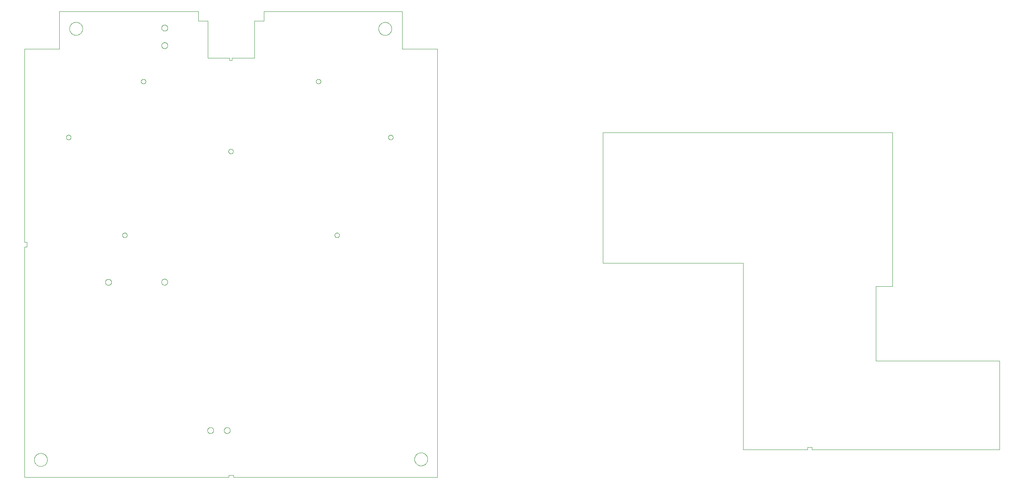
<source format=gko>
%MOIN*%
%OFA0B0*%
%FSLAX44Y44*%
%IPPOS*%
%LPD*%
%ADD10C,0*%
D10*
X00017913Y00019047D02*
X00017913Y00019047D01*
X00017899Y00019048D01*
X00017886Y00019048D01*
X00017872Y00019049D01*
X00017859Y00019050D01*
X00017845Y00019052D01*
X00017832Y00019053D01*
X00017819Y00019056D01*
X00017805Y00019058D01*
X00017792Y00019061D01*
X00017779Y00019064D01*
X00017766Y00019067D01*
X00017753Y00019071D01*
X00017740Y00019075D01*
X00017727Y00019080D01*
X00017715Y00019084D01*
X00017702Y00019089D01*
X00017690Y00019095D01*
X00017677Y00019100D01*
X00017665Y00019106D01*
X00017653Y00019113D01*
X00017641Y00019119D01*
X00017630Y00019126D01*
X00017618Y00019133D01*
X00017607Y00019140D01*
X00017596Y00019148D01*
X00017585Y00019156D01*
X00017574Y00019164D01*
X00017563Y00019173D01*
X00017553Y00019181D01*
X00017543Y00019190D01*
X00017533Y00019199D01*
X00017523Y00019209D01*
X00017514Y00019219D01*
X00017505Y00019228D01*
X00017496Y00019239D01*
X00017487Y00019249D01*
X00017478Y00019260D01*
X00017470Y00019270D01*
X00017462Y00019281D01*
X00017455Y00019292D01*
X00017447Y00019304D01*
X00017440Y00019315D01*
X00017433Y00019327D01*
X00017427Y00019339D01*
X00017421Y00019351D01*
X00017415Y00019363D01*
X00017409Y00019375D01*
X00017404Y00019388D01*
X00017399Y00019400D01*
X00017394Y00019413D01*
X00017390Y00019426D01*
X00017385Y00019439D01*
X00017382Y00019452D01*
X00017378Y00019465D01*
X00017375Y00019478D01*
X00017372Y00019491D01*
X00017370Y00019504D01*
X00017368Y00019518D01*
X00017366Y00019531D01*
X00017364Y00019545D01*
X00017363Y00019558D01*
X00017362Y00019572D01*
X00017362Y00019585D01*
X00017362Y00019599D01*
X00017362Y00019612D01*
X00017362Y00019626D01*
X00017363Y00019639D01*
X00017364Y00019653D01*
X00017366Y00019666D01*
X00017368Y00019680D01*
X00017370Y00019693D01*
X00017372Y00019706D01*
X00017375Y00019719D01*
X00017378Y00019733D01*
X00017382Y00019746D01*
X00017385Y00019759D01*
X00017390Y00019772D01*
X00017394Y00019784D01*
X00017399Y00019797D01*
X00017404Y00019810D01*
X00017409Y00019822D01*
X00017415Y00019834D01*
X00017421Y00019846D01*
X00017427Y00019858D01*
X00017433Y00019870D01*
X00017440Y00019882D01*
X00017447Y00019894D01*
X00017455Y00019905D01*
X00017462Y00019916D01*
X00017470Y00019927D01*
X00017478Y00019938D01*
X00017487Y00019948D01*
X00017496Y00019959D01*
X00017505Y00019969D01*
X00017514Y00019979D01*
X00017523Y00019988D01*
X00017533Y00019998D01*
X00017543Y00020007D01*
X00017553Y00020016D01*
X00017563Y00020025D01*
X00017574Y00020033D01*
X00017585Y00020041D01*
X00017596Y00020049D01*
X00017607Y00020057D01*
X00017618Y00020064D01*
X00017630Y00020071D01*
X00017641Y00020078D01*
X00017653Y00020085D01*
X00017665Y00020091D01*
X00017677Y00020097D01*
X00017690Y00020103D01*
X00017702Y00020108D01*
X00017715Y00020113D01*
X00017727Y00020118D01*
X00017740Y00020122D01*
X00017753Y00020126D01*
X00017766Y00020130D01*
X00017779Y00020133D01*
X00017792Y00020136D01*
X00017805Y00020139D01*
X00017819Y00020142D01*
X00017832Y00020144D01*
X00017845Y00020146D01*
X00017859Y00020147D01*
X00017872Y00020148D01*
X00017886Y00020149D01*
X00017899Y00020150D01*
X00017913Y00020150D01*
X00017926Y00020150D01*
X00017940Y00020149D01*
X00017953Y00020148D01*
X00017967Y00020147D01*
X00017980Y00020146D01*
X00017994Y00020144D01*
X00018007Y00020142D01*
X00018020Y00020139D01*
X00018034Y00020136D01*
X00018047Y00020133D01*
X00018060Y00020130D01*
X00018073Y00020126D01*
X00018086Y00020122D01*
X00018099Y00020118D01*
X00018111Y00020113D01*
X00018124Y00020108D01*
X00018136Y00020103D01*
X00018149Y00020097D01*
X00018161Y00020091D01*
X00018173Y00020085D01*
X00018185Y00020078D01*
X00018196Y00020071D01*
X00018208Y00020064D01*
X00018219Y00020057D01*
X00018230Y00020049D01*
X00018241Y00020041D01*
X00018252Y00020033D01*
X00018263Y00020025D01*
X00018273Y00020016D01*
X00018283Y00020007D01*
X00018293Y00019998D01*
X00018303Y00019988D01*
X00018312Y00019979D01*
X00018321Y00019969D01*
X00018330Y00019959D01*
X00018339Y00019948D01*
X00018347Y00019938D01*
X00018356Y00019927D01*
X00018364Y00019916D01*
X00018371Y00019905D01*
X00018379Y00019894D01*
X00018386Y00019882D01*
X00018392Y00019870D01*
X00018399Y00019858D01*
X00018405Y00019846D01*
X00018411Y00019834D01*
X00018417Y00019822D01*
X00018422Y00019810D01*
X00018427Y00019797D01*
X00018432Y00019784D01*
X00018436Y00019772D01*
X00018440Y00019759D01*
X00018444Y00019746D01*
X00018448Y00019733D01*
X00018451Y00019719D01*
X00018453Y00019706D01*
X00018456Y00019693D01*
X00018458Y00019680D01*
X00018460Y00019666D01*
X00018461Y00019653D01*
X00018463Y00019639D01*
X00018463Y00019626D01*
X00018464Y00019612D01*
X00018464Y00019599D01*
X00018464Y00019585D01*
X00018463Y00019572D01*
X00018463Y00019558D01*
X00018461Y00019545D01*
X00018460Y00019531D01*
X00018458Y00019518D01*
X00018456Y00019504D01*
X00018453Y00019491D01*
X00018451Y00019478D01*
X00018448Y00019465D01*
X00018444Y00019452D01*
X00018440Y00019439D01*
X00018436Y00019426D01*
X00018432Y00019413D01*
X00018427Y00019400D01*
X00018422Y00019388D01*
X00018417Y00019375D01*
X00018411Y00019363D01*
X00018405Y00019351D01*
X00018399Y00019339D01*
X00018392Y00019327D01*
X00018386Y00019315D01*
X00018379Y00019304D01*
X00018371Y00019292D01*
X00018364Y00019281D01*
X00018356Y00019270D01*
X00018347Y00019260D01*
X00018339Y00019249D01*
X00018330Y00019239D01*
X00018321Y00019228D01*
X00018312Y00019219D01*
X00018303Y00019209D01*
X00018293Y00019199D01*
X00018283Y00019190D01*
X00018273Y00019181D01*
X00018263Y00019173D01*
X00018252Y00019164D01*
X00018241Y00019156D01*
X00018230Y00019148D01*
X00018219Y00019140D01*
X00018208Y00019133D01*
X00018196Y00019126D01*
X00018185Y00019119D01*
X00018173Y00019113D01*
X00018161Y00019106D01*
X00018149Y00019100D01*
X00018136Y00019095D01*
X00018124Y00019089D01*
X00018111Y00019084D01*
X00018099Y00019080D01*
X00018086Y00019075D01*
X00018073Y00019071D01*
X00018060Y00019067D01*
X00018047Y00019064D01*
X00018034Y00019061D01*
X00018020Y00019058D01*
X00018007Y00019056D01*
X00017994Y00019053D01*
X00017980Y00019052D01*
X00017967Y00019050D01*
X00017953Y00019049D01*
X00017940Y00019048D01*
X00017926Y00019048D01*
X00017913Y00019047D01*
X00050000Y00019097D02*
X00050000Y00019097D01*
X00049986Y00019097D01*
X00049972Y00019098D01*
X00049959Y00019099D01*
X00049945Y00019100D01*
X00049932Y00019101D01*
X00049919Y00019103D01*
X00049905Y00019105D01*
X00049892Y00019108D01*
X00049879Y00019111D01*
X00049866Y00019114D01*
X00049852Y00019117D01*
X00049840Y00019121D01*
X00049827Y00019125D01*
X00049814Y00019130D01*
X00049801Y00019134D01*
X00049789Y00019139D01*
X00049776Y00019145D01*
X00049764Y00019150D01*
X00049752Y00019156D01*
X00049740Y00019162D01*
X00049728Y00019169D01*
X00049716Y00019176D01*
X00049705Y00019183D01*
X00049693Y00019190D01*
X00049682Y00019198D01*
X00049671Y00019206D01*
X00049660Y00019214D01*
X00049650Y00019222D01*
X00049640Y00019231D01*
X00049629Y00019240D01*
X00049619Y00019249D01*
X00049610Y00019259D01*
X00049600Y00019268D01*
X00049591Y00019278D01*
X00049582Y00019289D01*
X00049573Y00019299D01*
X00049565Y00019309D01*
X00049557Y00019320D01*
X00049549Y00019331D01*
X00049541Y00019342D01*
X00049534Y00019354D01*
X00049527Y00019365D01*
X00049520Y00019377D01*
X00049513Y00019389D01*
X00049507Y00019401D01*
X00049501Y00019413D01*
X00049496Y00019425D01*
X00049490Y00019438D01*
X00049485Y00019450D01*
X00049481Y00019463D01*
X00049476Y00019476D01*
X00049472Y00019489D01*
X00049468Y00019502D01*
X00049465Y00019515D01*
X00049462Y00019528D01*
X00049459Y00019541D01*
X00049456Y00019554D01*
X00049454Y00019568D01*
X00049452Y00019581D01*
X00049451Y00019595D01*
X00049450Y00019608D01*
X00049449Y00019621D01*
X00049448Y00019635D01*
X00049448Y00019649D01*
X00049448Y00019662D01*
X00049449Y00019676D01*
X00049450Y00019689D01*
X00049451Y00019703D01*
X00049452Y00019716D01*
X00049454Y00019729D01*
X00049456Y00019743D01*
X00049459Y00019756D01*
X00049462Y00019769D01*
X00049465Y00019782D01*
X00049468Y00019796D01*
X00049472Y00019809D01*
X00049476Y00019821D01*
X00049481Y00019834D01*
X00049485Y00019847D01*
X00049490Y00019859D01*
X00049496Y00019872D01*
X00049501Y00019884D01*
X00049507Y00019896D01*
X00049513Y00019908D01*
X00049520Y00019920D01*
X00049527Y00019932D01*
X00049534Y00019943D01*
X00049541Y00019955D01*
X00049549Y00019966D01*
X00049557Y00019977D01*
X00049565Y00019988D01*
X00049573Y00019998D01*
X00049582Y00020009D01*
X00049591Y00020019D01*
X00049600Y00020029D01*
X00049610Y00020038D01*
X00049619Y00020048D01*
X00049629Y00020057D01*
X00049640Y00020066D01*
X00049650Y00020075D01*
X00049660Y00020083D01*
X00049671Y00020091D01*
X00049682Y00020099D01*
X00049693Y00020107D01*
X00049705Y00020114D01*
X00049716Y00020121D01*
X00049728Y00020128D01*
X00049740Y00020135D01*
X00049752Y00020141D01*
X00049764Y00020147D01*
X00049776Y00020152D01*
X00049789Y00020158D01*
X00049801Y00020163D01*
X00049814Y00020167D01*
X00049827Y00020172D01*
X00049840Y00020176D01*
X00049852Y00020180D01*
X00049866Y00020183D01*
X00049879Y00020186D01*
X00049892Y00020189D01*
X00049905Y00020192D01*
X00049919Y00020194D01*
X00049932Y00020196D01*
X00049945Y00020197D01*
X00049959Y00020198D01*
X00049972Y00020199D01*
X00049986Y00020200D01*
X00050000Y00020200D01*
X00050013Y00020200D01*
X00050027Y00020199D01*
X00050040Y00020198D01*
X00050054Y00020197D01*
X00050067Y00020196D01*
X00050080Y00020194D01*
X00050094Y00020192D01*
X00050107Y00020189D01*
X00050120Y00020186D01*
X00050133Y00020183D01*
X00050147Y00020180D01*
X00050160Y00020176D01*
X00050172Y00020172D01*
X00050185Y00020167D01*
X00050198Y00020163D01*
X00050210Y00020158D01*
X00050223Y00020152D01*
X00050235Y00020147D01*
X00050247Y00020141D01*
X00050259Y00020135D01*
X00050271Y00020128D01*
X00050283Y00020121D01*
X00050294Y00020114D01*
X00050306Y00020107D01*
X00050317Y00020099D01*
X00050328Y00020091D01*
X00050339Y00020083D01*
X00050349Y00020075D01*
X00050360Y00020066D01*
X00050370Y00020057D01*
X00050380Y00020048D01*
X00050389Y00020038D01*
X00050399Y00020029D01*
X00050408Y00020019D01*
X00050417Y00020009D01*
X00050426Y00019998D01*
X00050434Y00019988D01*
X00050442Y00019977D01*
X00050450Y00019966D01*
X00050458Y00019955D01*
X00050465Y00019943D01*
X00050472Y00019932D01*
X00050479Y00019920D01*
X00050486Y00019908D01*
X00050492Y00019896D01*
X00050498Y00019884D01*
X00050503Y00019872D01*
X00050509Y00019859D01*
X00050514Y00019847D01*
X00050518Y00019834D01*
X00050523Y00019821D01*
X00050527Y00019809D01*
X00050531Y00019796D01*
X00050534Y00019782D01*
X00050537Y00019769D01*
X00050540Y00019756D01*
X00050543Y00019743D01*
X00050545Y00019729D01*
X00050547Y00019716D01*
X00050548Y00019703D01*
X00050549Y00019689D01*
X00050550Y00019676D01*
X00050551Y00019662D01*
X00050551Y00019649D01*
X00050551Y00019635D01*
X00050550Y00019621D01*
X00050549Y00019608D01*
X00050548Y00019595D01*
X00050547Y00019581D01*
X00050545Y00019568D01*
X00050543Y00019554D01*
X00050540Y00019541D01*
X00050537Y00019528D01*
X00050534Y00019515D01*
X00050531Y00019502D01*
X00050527Y00019489D01*
X00050523Y00019476D01*
X00050518Y00019463D01*
X00050514Y00019450D01*
X00050509Y00019438D01*
X00050503Y00019425D01*
X00050498Y00019413D01*
X00050492Y00019401D01*
X00050486Y00019389D01*
X00050479Y00019377D01*
X00050472Y00019365D01*
X00050465Y00019354D01*
X00050458Y00019342D01*
X00050450Y00019331D01*
X00050442Y00019320D01*
X00050434Y00019309D01*
X00050426Y00019299D01*
X00050417Y00019289D01*
X00050408Y00019278D01*
X00050399Y00019268D01*
X00050389Y00019259D01*
X00050380Y00019249D01*
X00050370Y00019240D01*
X00050360Y00019231D01*
X00050349Y00019222D01*
X00050339Y00019214D01*
X00050328Y00019206D01*
X00050317Y00019198D01*
X00050306Y00019190D01*
X00050294Y00019183D01*
X00050283Y00019176D01*
X00050271Y00019169D01*
X00050259Y00019162D01*
X00050247Y00019156D01*
X00050235Y00019150D01*
X00050223Y00019145D01*
X00050210Y00019139D01*
X00050198Y00019134D01*
X00050185Y00019130D01*
X00050172Y00019125D01*
X00050160Y00019121D01*
X00050147Y00019117D01*
X00050133Y00019114D01*
X00050120Y00019111D01*
X00050107Y00019108D01*
X00050094Y00019105D01*
X00050080Y00019103D01*
X00050067Y00019101D01*
X00050054Y00019100D01*
X00050040Y00019099D01*
X00050027Y00019098D01*
X00050013Y00019097D01*
X00050000Y00019097D01*
X00033635Y00021827D02*
X00033635Y00021827D01*
X00033628Y00021828D01*
X00033622Y00021828D01*
X00033616Y00021828D01*
X00033610Y00021829D01*
X00033603Y00021830D01*
X00033597Y00021831D01*
X00033591Y00021832D01*
X00033585Y00021833D01*
X00033578Y00021835D01*
X00033572Y00021836D01*
X00033566Y00021838D01*
X00033560Y00021840D01*
X00033554Y00021842D01*
X00033548Y00021844D01*
X00033542Y00021846D01*
X00033536Y00021848D01*
X00033531Y00021851D01*
X00033525Y00021854D01*
X00033519Y00021857D01*
X00033514Y00021860D01*
X00033508Y00021863D01*
X00033503Y00021866D01*
X00033497Y00021869D01*
X00033492Y00021873D01*
X00033487Y00021877D01*
X00033482Y00021880D01*
X00033477Y00021884D01*
X00033472Y00021888D01*
X00033467Y00021893D01*
X00033463Y00021897D01*
X00033458Y00021901D01*
X00033454Y00021906D01*
X00033449Y00021910D01*
X00033445Y00021915D01*
X00033441Y00021920D01*
X00033437Y00021925D01*
X00033433Y00021930D01*
X00033429Y00021935D01*
X00033426Y00021940D01*
X00033422Y00021945D01*
X00033419Y00021951D01*
X00033416Y00021956D01*
X00033413Y00021962D01*
X00033410Y00021967D01*
X00033407Y00021973D01*
X00033404Y00021979D01*
X00033402Y00021985D01*
X00033399Y00021991D01*
X00033397Y00021997D01*
X00033395Y00022002D01*
X00033393Y00022009D01*
X00033391Y00022015D01*
X00033390Y00022021D01*
X00033388Y00022027D01*
X00033387Y00022033D01*
X00033386Y00022039D01*
X00033385Y00022046D01*
X00033384Y00022052D01*
X00033383Y00022058D01*
X00033383Y00022064D01*
X00033382Y00022071D01*
X00033382Y00022077D01*
X00033382Y00022083D01*
X00033382Y00022090D01*
X00033382Y00022096D01*
X00033383Y00022102D01*
X00033383Y00022109D01*
X00033384Y00022115D01*
X00033385Y00022121D01*
X00033386Y00022127D01*
X00033387Y00022134D01*
X00033388Y00022140D01*
X00033390Y00022146D01*
X00033391Y00022152D01*
X00033393Y00022158D01*
X00033395Y00022164D01*
X00033397Y00022170D01*
X00033399Y00022176D01*
X00033402Y00022182D01*
X00033404Y00022188D01*
X00033407Y00022194D01*
X00033410Y00022199D01*
X00033413Y00022205D01*
X00033416Y00022210D01*
X00033419Y00022216D01*
X00033422Y00022221D01*
X00033426Y00022227D01*
X00033429Y00022232D01*
X00033433Y00022237D01*
X00033437Y00022242D01*
X00033441Y00022247D01*
X00033445Y00022252D01*
X00033449Y00022256D01*
X00033454Y00022261D01*
X00033458Y00022265D01*
X00033463Y00022270D01*
X00033467Y00022274D01*
X00033472Y00022278D01*
X00033477Y00022282D01*
X00033482Y00022286D01*
X00033487Y00022290D01*
X00033492Y00022294D01*
X00033497Y00022297D01*
X00033503Y00022301D01*
X00033508Y00022304D01*
X00033514Y00022307D01*
X00033519Y00022310D01*
X00033525Y00022313D01*
X00033531Y00022316D01*
X00033536Y00022318D01*
X00033542Y00022321D01*
X00033548Y00022323D01*
X00033554Y00022325D01*
X00033560Y00022327D01*
X00033566Y00022329D01*
X00033572Y00022331D01*
X00033578Y00022332D01*
X00033585Y00022334D01*
X00033591Y00022335D01*
X00033597Y00022336D01*
X00033603Y00022337D01*
X00033610Y00022338D01*
X00033616Y00022338D01*
X00033622Y00022339D01*
X00033628Y00022339D01*
X00033635Y00022339D01*
X00033641Y00022339D01*
X00033647Y00022339D01*
X00033654Y00022339D01*
X00033660Y00022338D01*
X00033666Y00022338D01*
X00033673Y00022337D01*
X00033679Y00022336D01*
X00033685Y00022335D01*
X00033691Y00022334D01*
X00033698Y00022332D01*
X00033704Y00022331D01*
X00033710Y00022329D01*
X00033716Y00022327D01*
X00033722Y00022325D01*
X00033728Y00022323D01*
X00033734Y00022321D01*
X00033740Y00022318D01*
X00033745Y00022316D01*
X00033751Y00022313D01*
X00033757Y00022310D01*
X00033762Y00022307D01*
X00033768Y00022304D01*
X00033773Y00022301D01*
X00033778Y00022297D01*
X00033784Y00022294D01*
X00033789Y00022290D01*
X00033794Y00022286D01*
X00033799Y00022282D01*
X00033804Y00022278D01*
X00033809Y00022274D01*
X00033813Y00022270D01*
X00033818Y00022265D01*
X00033822Y00022261D01*
X00033827Y00022256D01*
X00033831Y00022252D01*
X00033835Y00022247D01*
X00033839Y00022242D01*
X00033843Y00022237D01*
X00033846Y00022232D01*
X00033850Y00022227D01*
X00033854Y00022221D01*
X00033857Y00022216D01*
X00033860Y00022210D01*
X00033863Y00022205D01*
X00033866Y00022199D01*
X00033869Y00022194D01*
X00033872Y00022188D01*
X00033874Y00022182D01*
X00033876Y00022176D01*
X00033879Y00022170D01*
X00033881Y00022164D01*
X00033883Y00022158D01*
X00033884Y00022152D01*
X00033886Y00022146D01*
X00033888Y00022140D01*
X00033889Y00022134D01*
X00033890Y00022127D01*
X00033891Y00022121D01*
X00033892Y00022115D01*
X00033893Y00022109D01*
X00033893Y00022102D01*
X00033894Y00022096D01*
X00033894Y00022090D01*
X00033894Y00022083D01*
X00033894Y00022077D01*
X00033894Y00022071D01*
X00033893Y00022064D01*
X00033893Y00022058D01*
X00033892Y00022052D01*
X00033891Y00022046D01*
X00033890Y00022039D01*
X00033889Y00022033D01*
X00033888Y00022027D01*
X00033886Y00022021D01*
X00033884Y00022015D01*
X00033883Y00022009D01*
X00033881Y00022002D01*
X00033879Y00021997D01*
X00033876Y00021991D01*
X00033874Y00021985D01*
X00033872Y00021979D01*
X00033869Y00021973D01*
X00033866Y00021967D01*
X00033863Y00021962D01*
X00033860Y00021956D01*
X00033857Y00021951D01*
X00033854Y00021945D01*
X00033850Y00021940D01*
X00033846Y00021935D01*
X00033843Y00021930D01*
X00033839Y00021925D01*
X00033835Y00021920D01*
X00033831Y00021915D01*
X00033827Y00021910D01*
X00033822Y00021906D01*
X00033818Y00021901D01*
X00033813Y00021897D01*
X00033809Y00021893D01*
X00033804Y00021888D01*
X00033799Y00021884D01*
X00033794Y00021880D01*
X00033789Y00021877D01*
X00033784Y00021873D01*
X00033778Y00021869D01*
X00033773Y00021866D01*
X00033768Y00021863D01*
X00033762Y00021860D01*
X00033757Y00021857D01*
X00033751Y00021854D01*
X00033745Y00021851D01*
X00033740Y00021848D01*
X00033734Y00021846D01*
X00033728Y00021844D01*
X00033722Y00021842D01*
X00033716Y00021840D01*
X00033710Y00021838D01*
X00033704Y00021836D01*
X00033698Y00021835D01*
X00033691Y00021833D01*
X00033685Y00021832D01*
X00033679Y00021831D01*
X00033673Y00021830D01*
X00033666Y00021829D01*
X00033660Y00021828D01*
X00033654Y00021828D01*
X00033647Y00021828D01*
X00033641Y00021827D01*
X00033635Y00021827D01*
X00032235Y00021827D02*
X00032235Y00021827D01*
X00032229Y00021828D01*
X00032223Y00021828D01*
X00032216Y00021828D01*
X00032210Y00021829D01*
X00032204Y00021830D01*
X00032198Y00021831D01*
X00032191Y00021832D01*
X00032185Y00021833D01*
X00032179Y00021835D01*
X00032173Y00021836D01*
X00032167Y00021838D01*
X00032161Y00021840D01*
X00032155Y00021842D01*
X00032149Y00021844D01*
X00032143Y00021846D01*
X00032137Y00021848D01*
X00032131Y00021851D01*
X00032125Y00021854D01*
X00032120Y00021857D01*
X00032114Y00021860D01*
X00032109Y00021863D01*
X00032103Y00021866D01*
X00032098Y00021869D01*
X00032093Y00021873D01*
X00032088Y00021877D01*
X00032083Y00021880D01*
X00032078Y00021884D01*
X00032073Y00021888D01*
X00032068Y00021893D01*
X00032063Y00021897D01*
X00032059Y00021901D01*
X00032054Y00021906D01*
X00032050Y00021910D01*
X00032046Y00021915D01*
X00032042Y00021920D01*
X00032038Y00021925D01*
X00032034Y00021930D01*
X00032030Y00021935D01*
X00032026Y00021940D01*
X00032023Y00021945D01*
X00032020Y00021951D01*
X00032016Y00021956D01*
X00032013Y00021962D01*
X00032010Y00021967D01*
X00032008Y00021973D01*
X00032005Y00021979D01*
X00032002Y00021985D01*
X00032000Y00021991D01*
X00031998Y00021997D01*
X00031996Y00022002D01*
X00031994Y00022009D01*
X00031992Y00022015D01*
X00031990Y00022021D01*
X00031989Y00022027D01*
X00031988Y00022033D01*
X00031986Y00022039D01*
X00031985Y00022046D01*
X00031985Y00022052D01*
X00031984Y00022058D01*
X00031983Y00022064D01*
X00031983Y00022071D01*
X00031983Y00022077D01*
X00031983Y00022083D01*
X00031983Y00022090D01*
X00031983Y00022096D01*
X00031983Y00022102D01*
X00031984Y00022109D01*
X00031985Y00022115D01*
X00031985Y00022121D01*
X00031986Y00022127D01*
X00031988Y00022134D01*
X00031989Y00022140D01*
X00031990Y00022146D01*
X00031992Y00022152D01*
X00031994Y00022158D01*
X00031996Y00022164D01*
X00031998Y00022170D01*
X00032000Y00022176D01*
X00032002Y00022182D01*
X00032005Y00022188D01*
X00032008Y00022194D01*
X00032010Y00022199D01*
X00032013Y00022205D01*
X00032016Y00022210D01*
X00032020Y00022216D01*
X00032023Y00022221D01*
X00032026Y00022227D01*
X00032030Y00022232D01*
X00032034Y00022237D01*
X00032038Y00022242D01*
X00032042Y00022247D01*
X00032046Y00022252D01*
X00032050Y00022256D01*
X00032054Y00022261D01*
X00032059Y00022265D01*
X00032063Y00022270D01*
X00032068Y00022274D01*
X00032073Y00022278D01*
X00032078Y00022282D01*
X00032083Y00022286D01*
X00032088Y00022290D01*
X00032093Y00022294D01*
X00032098Y00022297D01*
X00032103Y00022301D01*
X00032109Y00022304D01*
X00032114Y00022307D01*
X00032120Y00022310D01*
X00032125Y00022313D01*
X00032131Y00022316D01*
X00032137Y00022318D01*
X00032143Y00022321D01*
X00032149Y00022323D01*
X00032155Y00022325D01*
X00032161Y00022327D01*
X00032167Y00022329D01*
X00032173Y00022331D01*
X00032179Y00022332D01*
X00032185Y00022334D01*
X00032191Y00022335D01*
X00032198Y00022336D01*
X00032204Y00022337D01*
X00032210Y00022338D01*
X00032216Y00022338D01*
X00032223Y00022339D01*
X00032229Y00022339D01*
X00032235Y00022339D01*
X00032242Y00022339D01*
X00032248Y00022339D01*
X00032254Y00022339D01*
X00032261Y00022338D01*
X00032267Y00022338D01*
X00032273Y00022337D01*
X00032280Y00022336D01*
X00032286Y00022335D01*
X00032292Y00022334D01*
X00032298Y00022332D01*
X00032304Y00022331D01*
X00032310Y00022329D01*
X00032316Y00022327D01*
X00032322Y00022325D01*
X00032328Y00022323D01*
X00032334Y00022321D01*
X00032340Y00022318D01*
X00032346Y00022316D01*
X00032352Y00022313D01*
X00032357Y00022310D01*
X00032363Y00022307D01*
X00032368Y00022304D01*
X00032374Y00022301D01*
X00032379Y00022297D01*
X00032384Y00022294D01*
X00032390Y00022290D01*
X00032395Y00022286D01*
X00032399Y00022282D01*
X00032404Y00022278D01*
X00032409Y00022274D01*
X00032414Y00022270D01*
X00032418Y00022265D01*
X00032423Y00022261D01*
X00032427Y00022256D01*
X00032431Y00022252D01*
X00032435Y00022247D01*
X00032439Y00022242D01*
X00032443Y00022237D01*
X00032447Y00022232D01*
X00032451Y00022227D01*
X00032454Y00022221D01*
X00032457Y00022216D01*
X00032461Y00022210D01*
X00032464Y00022205D01*
X00032467Y00022199D01*
X00032469Y00022194D01*
X00032472Y00022188D01*
X00032475Y00022182D01*
X00032477Y00022176D01*
X00032479Y00022170D01*
X00032481Y00022164D01*
X00032483Y00022158D01*
X00032485Y00022152D01*
X00032487Y00022146D01*
X00032488Y00022140D01*
X00032489Y00022134D01*
X00032491Y00022127D01*
X00032492Y00022121D01*
X00032492Y00022115D01*
X00032493Y00022109D01*
X00032494Y00022102D01*
X00032494Y00022096D01*
X00032494Y00022090D01*
X00032494Y00022083D01*
X00032494Y00022077D01*
X00032494Y00022071D01*
X00032494Y00022064D01*
X00032493Y00022058D01*
X00032492Y00022052D01*
X00032492Y00022046D01*
X00032491Y00022039D01*
X00032489Y00022033D01*
X00032488Y00022027D01*
X00032487Y00022021D01*
X00032485Y00022015D01*
X00032483Y00022009D01*
X00032481Y00022002D01*
X00032479Y00021997D01*
X00032477Y00021991D01*
X00032475Y00021985D01*
X00032472Y00021979D01*
X00032469Y00021973D01*
X00032467Y00021967D01*
X00032464Y00021962D01*
X00032461Y00021956D01*
X00032457Y00021951D01*
X00032454Y00021945D01*
X00032451Y00021940D01*
X00032447Y00021935D01*
X00032443Y00021930D01*
X00032439Y00021925D01*
X00032435Y00021920D01*
X00032431Y00021915D01*
X00032427Y00021910D01*
X00032423Y00021906D01*
X00032418Y00021901D01*
X00032414Y00021897D01*
X00032409Y00021893D01*
X00032404Y00021888D01*
X00032399Y00021884D01*
X00032395Y00021880D01*
X00032390Y00021877D01*
X00032384Y00021873D01*
X00032379Y00021869D01*
X00032374Y00021866D01*
X00032368Y00021863D01*
X00032363Y00021860D01*
X00032357Y00021857D01*
X00032352Y00021854D01*
X00032346Y00021851D01*
X00032340Y00021848D01*
X00032334Y00021846D01*
X00032328Y00021844D01*
X00032322Y00021842D01*
X00032316Y00021840D01*
X00032310Y00021838D01*
X00032304Y00021836D01*
X00032298Y00021835D01*
X00032292Y00021833D01*
X00032286Y00021832D01*
X00032280Y00021831D01*
X00032273Y00021830D01*
X00032267Y00021829D01*
X00032261Y00021828D01*
X00032254Y00021828D01*
X00032248Y00021828D01*
X00032242Y00021827D01*
X00032235Y00021827D01*
X00023616Y00034354D02*
X00023616Y00034354D01*
X00023610Y00034354D01*
X00023603Y00034355D01*
X00023597Y00034355D01*
X00023591Y00034356D01*
X00023584Y00034357D01*
X00023578Y00034357D01*
X00023572Y00034359D01*
X00023566Y00034360D01*
X00023559Y00034361D01*
X00023553Y00034363D01*
X00023547Y00034364D01*
X00023541Y00034366D01*
X00023535Y00034368D01*
X00023529Y00034370D01*
X00023523Y00034373D01*
X00023517Y00034375D01*
X00023512Y00034378D01*
X00023506Y00034380D01*
X00023500Y00034383D01*
X00023495Y00034386D01*
X00023489Y00034390D01*
X00023484Y00034393D01*
X00023479Y00034396D01*
X00023473Y00034400D01*
X00023468Y00034403D01*
X00023463Y00034407D01*
X00023458Y00034411D01*
X00023453Y00034415D01*
X00023448Y00034419D01*
X00023444Y00034424D01*
X00023439Y00034428D01*
X00023435Y00034432D01*
X00023430Y00034437D01*
X00023426Y00034442D01*
X00023422Y00034447D01*
X00023418Y00034452D01*
X00023414Y00034457D01*
X00023411Y00034462D01*
X00023407Y00034467D01*
X00023403Y00034472D01*
X00023400Y00034478D01*
X00023397Y00034483D01*
X00023394Y00034489D01*
X00023391Y00034494D01*
X00023388Y00034500D01*
X00023385Y00034506D01*
X00023383Y00034511D01*
X00023381Y00034517D01*
X00023378Y00034523D01*
X00023376Y00034529D01*
X00023374Y00034535D01*
X00023373Y00034541D01*
X00023371Y00034547D01*
X00023369Y00034554D01*
X00023368Y00034560D01*
X00023367Y00034566D01*
X00023366Y00034572D01*
X00023365Y00034578D01*
X00023364Y00034585D01*
X00023364Y00034591D01*
X00023363Y00034597D01*
X00023363Y00034604D01*
X00023363Y00034610D01*
X00023363Y00034616D01*
X00023363Y00034623D01*
X00023364Y00034629D01*
X00023364Y00034635D01*
X00023365Y00034642D01*
X00023366Y00034648D01*
X00023367Y00034654D01*
X00023368Y00034660D01*
X00023369Y00034667D01*
X00023371Y00034673D01*
X00023373Y00034679D01*
X00023374Y00034685D01*
X00023376Y00034691D01*
X00023378Y00034697D01*
X00023381Y00034703D01*
X00023383Y00034709D01*
X00023385Y00034715D01*
X00023388Y00034720D01*
X00023391Y00034726D01*
X00023394Y00034732D01*
X00023397Y00034737D01*
X00023400Y00034743D01*
X00023403Y00034748D01*
X00023407Y00034753D01*
X00023411Y00034758D01*
X00023414Y00034764D01*
X00023418Y00034769D01*
X00023422Y00034773D01*
X00023426Y00034778D01*
X00023430Y00034783D01*
X00023435Y00034788D01*
X00023439Y00034792D01*
X00023444Y00034797D01*
X00023448Y00034801D01*
X00023453Y00034805D01*
X00023458Y00034809D01*
X00023463Y00034813D01*
X00023468Y00034817D01*
X00023473Y00034820D01*
X00023479Y00034824D01*
X00023484Y00034827D01*
X00023489Y00034831D01*
X00023495Y00034834D01*
X00023500Y00034837D01*
X00023506Y00034840D01*
X00023512Y00034842D01*
X00023517Y00034845D01*
X00023523Y00034847D01*
X00023529Y00034850D01*
X00023535Y00034852D01*
X00023541Y00034854D01*
X00023547Y00034856D01*
X00023553Y00034857D01*
X00023559Y00034859D01*
X00023566Y00034860D01*
X00023572Y00034862D01*
X00023578Y00034863D01*
X00023584Y00034864D01*
X00023591Y00034864D01*
X00023597Y00034865D01*
X00023603Y00034865D01*
X00023610Y00034866D01*
X00023616Y00034866D01*
X00023622Y00034866D01*
X00023629Y00034866D01*
X00023635Y00034865D01*
X00023641Y00034865D01*
X00023647Y00034864D01*
X00023654Y00034864D01*
X00023660Y00034863D01*
X00023666Y00034862D01*
X00023672Y00034860D01*
X00023679Y00034859D01*
X00023685Y00034857D01*
X00023691Y00034856D01*
X00023697Y00034854D01*
X00023703Y00034852D01*
X00023709Y00034850D01*
X00023715Y00034847D01*
X00023721Y00034845D01*
X00023726Y00034842D01*
X00023732Y00034840D01*
X00023738Y00034837D01*
X00023743Y00034834D01*
X00023749Y00034831D01*
X00023754Y00034827D01*
X00023760Y00034824D01*
X00023765Y00034820D01*
X00023770Y00034817D01*
X00023775Y00034813D01*
X00023780Y00034809D01*
X00023785Y00034805D01*
X00023790Y00034801D01*
X00023794Y00034797D01*
X00023799Y00034792D01*
X00023803Y00034788D01*
X00023808Y00034783D01*
X00023812Y00034778D01*
X00023816Y00034773D01*
X00023820Y00034769D01*
X00023824Y00034764D01*
X00023828Y00034758D01*
X00023831Y00034753D01*
X00023835Y00034748D01*
X00023838Y00034743D01*
X00023841Y00034737D01*
X00023844Y00034732D01*
X00023847Y00034726D01*
X00023850Y00034720D01*
X00023853Y00034715D01*
X00023855Y00034709D01*
X00023858Y00034703D01*
X00023860Y00034697D01*
X00023862Y00034691D01*
X00023864Y00034685D01*
X00023866Y00034679D01*
X00023867Y00034673D01*
X00023869Y00034667D01*
X00023870Y00034660D01*
X00023871Y00034654D01*
X00023872Y00034648D01*
X00023873Y00034642D01*
X00023874Y00034635D01*
X00023874Y00034629D01*
X00023875Y00034623D01*
X00023875Y00034616D01*
X00023875Y00034610D01*
X00023875Y00034604D01*
X00023875Y00034597D01*
X00023874Y00034591D01*
X00023874Y00034585D01*
X00023873Y00034578D01*
X00023872Y00034572D01*
X00023871Y00034566D01*
X00023870Y00034560D01*
X00023869Y00034554D01*
X00023867Y00034547D01*
X00023866Y00034541D01*
X00023864Y00034535D01*
X00023862Y00034529D01*
X00023860Y00034523D01*
X00023858Y00034517D01*
X00023855Y00034511D01*
X00023853Y00034506D01*
X00023850Y00034500D01*
X00023847Y00034494D01*
X00023844Y00034489D01*
X00023841Y00034483D01*
X00023838Y00034478D01*
X00023835Y00034472D01*
X00023831Y00034467D01*
X00023828Y00034462D01*
X00023824Y00034457D01*
X00023820Y00034452D01*
X00023816Y00034447D01*
X00023812Y00034442D01*
X00023808Y00034437D01*
X00023803Y00034432D01*
X00023799Y00034428D01*
X00023794Y00034424D01*
X00023790Y00034419D01*
X00023785Y00034415D01*
X00023780Y00034411D01*
X00023775Y00034407D01*
X00023770Y00034403D01*
X00023765Y00034400D01*
X00023760Y00034396D01*
X00023754Y00034393D01*
X00023749Y00034390D01*
X00023743Y00034386D01*
X00023738Y00034383D01*
X00023732Y00034380D01*
X00023726Y00034378D01*
X00023721Y00034375D01*
X00023715Y00034373D01*
X00023709Y00034370D01*
X00023703Y00034368D01*
X00023697Y00034366D01*
X00023691Y00034364D01*
X00023685Y00034363D01*
X00023679Y00034361D01*
X00023672Y00034360D01*
X00023666Y00034359D01*
X00023660Y00034357D01*
X00023654Y00034357D01*
X00023647Y00034356D01*
X00023641Y00034355D01*
X00023635Y00034355D01*
X00023629Y00034354D01*
X00023622Y00034354D01*
X00023616Y00034354D01*
X00028351Y00034369D02*
X00028351Y00034369D01*
X00028344Y00034369D01*
X00028338Y00034369D01*
X00028332Y00034369D01*
X00028326Y00034370D01*
X00028319Y00034371D01*
X00028313Y00034372D01*
X00028307Y00034373D01*
X00028301Y00034374D01*
X00028294Y00034376D01*
X00028288Y00034377D01*
X00028282Y00034379D01*
X00028276Y00034381D01*
X00028270Y00034383D01*
X00028264Y00034385D01*
X00028258Y00034387D01*
X00028252Y00034390D01*
X00028247Y00034392D01*
X00028241Y00034395D01*
X00028235Y00034398D01*
X00028230Y00034401D01*
X00028224Y00034404D01*
X00028219Y00034407D01*
X00028213Y00034411D01*
X00028208Y00034414D01*
X00028203Y00034418D01*
X00028198Y00034422D01*
X00028193Y00034426D01*
X00028188Y00034430D01*
X00028183Y00034434D01*
X00028179Y00034438D01*
X00028174Y00034442D01*
X00028170Y00034447D01*
X00028165Y00034452D01*
X00028161Y00034456D01*
X00028157Y00034461D01*
X00028153Y00034466D01*
X00028149Y00034471D01*
X00028145Y00034476D01*
X00028142Y00034481D01*
X00028138Y00034487D01*
X00028135Y00034492D01*
X00028132Y00034497D01*
X00028129Y00034503D01*
X00028126Y00034509D01*
X00028123Y00034514D01*
X00028120Y00034520D01*
X00028118Y00034526D01*
X00028115Y00034532D01*
X00028113Y00034538D01*
X00028111Y00034544D01*
X00028109Y00034550D01*
X00028107Y00034556D01*
X00028106Y00034562D01*
X00028104Y00034568D01*
X00028103Y00034574D01*
X00028102Y00034580D01*
X00028101Y00034587D01*
X00028100Y00034593D01*
X00028099Y00034599D01*
X00028099Y00034605D01*
X00028098Y00034612D01*
X00028098Y00034618D01*
X00028098Y00034624D01*
X00028098Y00034631D01*
X00028098Y00034637D01*
X00028099Y00034643D01*
X00028099Y00034650D01*
X00028100Y00034656D01*
X00028101Y00034662D01*
X00028102Y00034669D01*
X00028103Y00034675D01*
X00028104Y00034681D01*
X00028106Y00034687D01*
X00028107Y00034693D01*
X00028109Y00034699D01*
X00028111Y00034705D01*
X00028113Y00034711D01*
X00028115Y00034717D01*
X00028118Y00034723D01*
X00028120Y00034729D01*
X00028123Y00034735D01*
X00028126Y00034740D01*
X00028129Y00034746D01*
X00028132Y00034752D01*
X00028135Y00034757D01*
X00028138Y00034762D01*
X00028142Y00034768D01*
X00028145Y00034773D01*
X00028149Y00034778D01*
X00028153Y00034783D01*
X00028157Y00034788D01*
X00028161Y00034793D01*
X00028165Y00034797D01*
X00028170Y00034802D01*
X00028174Y00034807D01*
X00028179Y00034811D01*
X00028183Y00034815D01*
X00028188Y00034819D01*
X00028193Y00034823D01*
X00028198Y00034827D01*
X00028203Y00034831D01*
X00028208Y00034835D01*
X00028213Y00034838D01*
X00028219Y00034842D01*
X00028224Y00034845D01*
X00028230Y00034848D01*
X00028235Y00034851D01*
X00028241Y00034854D01*
X00028247Y00034857D01*
X00028252Y00034859D01*
X00028258Y00034862D01*
X00028264Y00034864D01*
X00028270Y00034866D01*
X00028276Y00034868D01*
X00028282Y00034870D01*
X00028288Y00034872D01*
X00028294Y00034873D01*
X00028301Y00034875D01*
X00028307Y00034876D01*
X00028313Y00034877D01*
X00028319Y00034878D01*
X00028326Y00034879D01*
X00028332Y00034879D01*
X00028338Y00034880D01*
X00028344Y00034880D01*
X00028351Y00034880D01*
X00028357Y00034880D01*
X00028363Y00034880D01*
X00028370Y00034880D01*
X00028376Y00034879D01*
X00028382Y00034879D01*
X00028389Y00034878D01*
X00028395Y00034877D01*
X00028401Y00034876D01*
X00028407Y00034875D01*
X00028414Y00034873D01*
X00028420Y00034872D01*
X00028426Y00034870D01*
X00028432Y00034868D01*
X00028438Y00034866D01*
X00028444Y00034864D01*
X00028450Y00034862D01*
X00028456Y00034859D01*
X00028461Y00034857D01*
X00028467Y00034854D01*
X00028473Y00034851D01*
X00028478Y00034848D01*
X00028484Y00034845D01*
X00028489Y00034842D01*
X00028494Y00034838D01*
X00028500Y00034835D01*
X00028505Y00034831D01*
X00028510Y00034827D01*
X00028515Y00034823D01*
X00028520Y00034819D01*
X00028525Y00034815D01*
X00028529Y00034811D01*
X00028534Y00034807D01*
X00028538Y00034802D01*
X00028543Y00034797D01*
X00028547Y00034793D01*
X00028551Y00034788D01*
X00028555Y00034783D01*
X00028559Y00034778D01*
X00028562Y00034773D01*
X00028566Y00034768D01*
X00028570Y00034762D01*
X00028573Y00034757D01*
X00028576Y00034752D01*
X00028579Y00034746D01*
X00028582Y00034740D01*
X00028585Y00034735D01*
X00028588Y00034729D01*
X00028590Y00034723D01*
X00028592Y00034717D01*
X00028595Y00034711D01*
X00028597Y00034705D01*
X00028599Y00034699D01*
X00028600Y00034693D01*
X00028602Y00034687D01*
X00028604Y00034681D01*
X00028605Y00034675D01*
X00028606Y00034669D01*
X00028607Y00034662D01*
X00028608Y00034656D01*
X00028609Y00034650D01*
X00028609Y00034643D01*
X00028610Y00034637D01*
X00028610Y00034631D01*
X00028610Y00034624D01*
X00028610Y00034618D01*
X00028610Y00034612D01*
X00028609Y00034605D01*
X00028609Y00034599D01*
X00028608Y00034593D01*
X00028607Y00034587D01*
X00028606Y00034580D01*
X00028605Y00034574D01*
X00028604Y00034568D01*
X00028602Y00034562D01*
X00028600Y00034556D01*
X00028599Y00034550D01*
X00028597Y00034544D01*
X00028595Y00034538D01*
X00028592Y00034532D01*
X00028590Y00034526D01*
X00028588Y00034520D01*
X00028585Y00034514D01*
X00028582Y00034509D01*
X00028579Y00034503D01*
X00028576Y00034497D01*
X00028573Y00034492D01*
X00028570Y00034487D01*
X00028566Y00034481D01*
X00028562Y00034476D01*
X00028559Y00034471D01*
X00028555Y00034466D01*
X00028551Y00034461D01*
X00028547Y00034456D01*
X00028543Y00034452D01*
X00028538Y00034447D01*
X00028534Y00034442D01*
X00028529Y00034438D01*
X00028525Y00034434D01*
X00028520Y00034430D01*
X00028515Y00034426D01*
X00028510Y00034422D01*
X00028505Y00034418D01*
X00028500Y00034414D01*
X00028494Y00034411D01*
X00028489Y00034407D01*
X00028484Y00034404D01*
X00028478Y00034401D01*
X00028473Y00034398D01*
X00028467Y00034395D01*
X00028461Y00034392D01*
X00028456Y00034390D01*
X00028450Y00034387D01*
X00028444Y00034385D01*
X00028438Y00034383D01*
X00028432Y00034381D01*
X00028426Y00034379D01*
X00028420Y00034377D01*
X00028414Y00034376D01*
X00028407Y00034374D01*
X00028401Y00034373D01*
X00028395Y00034372D01*
X00028389Y00034371D01*
X00028382Y00034370D01*
X00028376Y00034369D01*
X00028370Y00034369D01*
X00028363Y00034369D01*
X00028357Y00034369D01*
X00028351Y00034369D01*
X00042914Y00038385D02*
X00042914Y00038385D01*
X00042909Y00038385D01*
X00042903Y00038386D01*
X00042898Y00038386D01*
X00042892Y00038386D01*
X00042887Y00038387D01*
X00042881Y00038388D01*
X00042876Y00038389D01*
X00042870Y00038390D01*
X00042865Y00038391D01*
X00042860Y00038393D01*
X00042854Y00038394D01*
X00042849Y00038396D01*
X00042844Y00038398D01*
X00042839Y00038400D01*
X00042833Y00038402D01*
X00042828Y00038404D01*
X00042823Y00038407D01*
X00042818Y00038409D01*
X00042814Y00038412D01*
X00042809Y00038415D01*
X00042804Y00038418D01*
X00042800Y00038421D01*
X00042795Y00038424D01*
X00042791Y00038428D01*
X00042786Y00038431D01*
X00042782Y00038435D01*
X00042778Y00038439D01*
X00042774Y00038442D01*
X00042770Y00038446D01*
X00042767Y00038451D01*
X00042763Y00038455D01*
X00042759Y00038459D01*
X00042756Y00038463D01*
X00042753Y00038468D01*
X00042749Y00038472D01*
X00042746Y00038477D01*
X00042744Y00038482D01*
X00042741Y00038487D01*
X00042738Y00038491D01*
X00042736Y00038496D01*
X00042733Y00038501D01*
X00042731Y00038507D01*
X00042729Y00038512D01*
X00042727Y00038517D01*
X00042725Y00038522D01*
X00042724Y00038527D01*
X00042722Y00038533D01*
X00042721Y00038538D01*
X00042720Y00038544D01*
X00042719Y00038549D01*
X00042718Y00038555D01*
X00042717Y00038560D01*
X00042717Y00038566D01*
X00042716Y00038571D01*
X00042716Y00038577D01*
X00042716Y00038582D01*
X00042716Y00038588D01*
X00042716Y00038593D01*
X00042717Y00038599D01*
X00042717Y00038604D01*
X00042718Y00038610D01*
X00042719Y00038615D01*
X00042720Y00038621D01*
X00042721Y00038626D01*
X00042722Y00038632D01*
X00042724Y00038637D01*
X00042725Y00038642D01*
X00042727Y00038647D01*
X00042729Y00038653D01*
X00042731Y00038658D01*
X00042733Y00038663D01*
X00042736Y00038668D01*
X00042738Y00038673D01*
X00042741Y00038678D01*
X00042744Y00038683D01*
X00042746Y00038687D01*
X00042749Y00038692D01*
X00042753Y00038697D01*
X00042756Y00038701D01*
X00042759Y00038705D01*
X00042763Y00038710D01*
X00042767Y00038714D01*
X00042770Y00038718D01*
X00042774Y00038722D01*
X00042778Y00038726D01*
X00042782Y00038729D01*
X00042786Y00038733D01*
X00042791Y00038737D01*
X00042795Y00038740D01*
X00042800Y00038743D01*
X00042804Y00038746D01*
X00042809Y00038749D01*
X00042814Y00038752D01*
X00042818Y00038755D01*
X00042823Y00038757D01*
X00042828Y00038760D01*
X00042833Y00038762D01*
X00042839Y00038764D01*
X00042844Y00038766D01*
X00042849Y00038768D01*
X00042854Y00038770D01*
X00042860Y00038772D01*
X00042865Y00038773D01*
X00042870Y00038774D01*
X00042876Y00038775D01*
X00042881Y00038776D01*
X00042887Y00038777D01*
X00042892Y00038778D01*
X00042898Y00038778D01*
X00042903Y00038779D01*
X00042909Y00038779D01*
X00042914Y00038779D01*
X00042920Y00038779D01*
X00042925Y00038779D01*
X00042931Y00038778D01*
X00042936Y00038778D01*
X00042942Y00038777D01*
X00042947Y00038776D01*
X00042953Y00038775D01*
X00042958Y00038774D01*
X00042964Y00038772D01*
X00042969Y00038771D01*
X00042974Y00038769D01*
X00042980Y00038767D01*
X00042985Y00038765D01*
X00042990Y00038763D01*
X00042995Y00038761D01*
X00043000Y00038759D01*
X00043005Y00038756D01*
X00043010Y00038754D01*
X00043015Y00038751D01*
X00043019Y00038748D01*
X00043024Y00038745D01*
X00043028Y00038742D01*
X00043033Y00038738D01*
X00043037Y00038735D01*
X00043041Y00038731D01*
X00043046Y00038728D01*
X00043050Y00038724D01*
X00043054Y00038720D01*
X00043057Y00038716D01*
X00043061Y00038712D01*
X00043065Y00038708D01*
X00043068Y00038703D01*
X00043071Y00038699D01*
X00043075Y00038694D01*
X00043078Y00038690D01*
X00043081Y00038685D01*
X00043084Y00038680D01*
X00043086Y00038675D01*
X00043089Y00038670D01*
X00043091Y00038665D01*
X00043094Y00038660D01*
X00043096Y00038655D01*
X00043098Y00038650D01*
X00043100Y00038645D01*
X00043101Y00038640D01*
X00043103Y00038634D01*
X00043104Y00038629D01*
X00043105Y00038623D01*
X00043106Y00038618D01*
X00043107Y00038613D01*
X00043108Y00038607D01*
X00043109Y00038602D01*
X00043109Y00038596D01*
X00043110Y00038590D01*
X00043110Y00038585D01*
X00043110Y00038579D01*
X00043110Y00038574D01*
X00043109Y00038568D01*
X00043109Y00038563D01*
X00043108Y00038557D01*
X00043107Y00038552D01*
X00043106Y00038546D01*
X00043105Y00038541D01*
X00043104Y00038535D01*
X00043103Y00038530D01*
X00043101Y00038525D01*
X00043100Y00038520D01*
X00043098Y00038514D01*
X00043096Y00038509D01*
X00043094Y00038504D01*
X00043091Y00038499D01*
X00043089Y00038494D01*
X00043086Y00038489D01*
X00043084Y00038484D01*
X00043081Y00038479D01*
X00043078Y00038475D01*
X00043075Y00038470D01*
X00043071Y00038466D01*
X00043068Y00038461D01*
X00043065Y00038457D01*
X00043061Y00038453D01*
X00043057Y00038448D01*
X00043054Y00038444D01*
X00043050Y00038441D01*
X00043046Y00038437D01*
X00043041Y00038433D01*
X00043037Y00038430D01*
X00043033Y00038426D01*
X00043028Y00038423D01*
X00043024Y00038420D01*
X00043019Y00038417D01*
X00043015Y00038414D01*
X00043010Y00038411D01*
X00043005Y00038408D01*
X00043000Y00038406D01*
X00042995Y00038403D01*
X00042990Y00038401D01*
X00042985Y00038399D01*
X00042980Y00038397D01*
X00042974Y00038395D01*
X00042969Y00038393D01*
X00042964Y00038392D01*
X00042958Y00038391D01*
X00042953Y00038389D01*
X00042947Y00038388D01*
X00042942Y00038387D01*
X00042936Y00038387D01*
X00042931Y00038386D01*
X00042925Y00038386D01*
X00042920Y00038385D01*
X00042914Y00038385D01*
X00025001Y00038385D02*
X00025001Y00038385D01*
X00024995Y00038385D01*
X00024990Y00038386D01*
X00024984Y00038386D01*
X00024979Y00038386D01*
X00024973Y00038387D01*
X00024968Y00038388D01*
X00024962Y00038389D01*
X00024957Y00038390D01*
X00024951Y00038391D01*
X00024946Y00038393D01*
X00024941Y00038394D01*
X00024936Y00038396D01*
X00024930Y00038398D01*
X00024925Y00038400D01*
X00024920Y00038402D01*
X00024915Y00038404D01*
X00024910Y00038407D01*
X00024905Y00038409D01*
X00024900Y00038412D01*
X00024896Y00038415D01*
X00024891Y00038418D01*
X00024886Y00038421D01*
X00024882Y00038424D01*
X00024877Y00038428D01*
X00024873Y00038431D01*
X00024869Y00038435D01*
X00024865Y00038439D01*
X00024861Y00038442D01*
X00024857Y00038446D01*
X00024853Y00038451D01*
X00024850Y00038455D01*
X00024846Y00038459D01*
X00024843Y00038463D01*
X00024839Y00038468D01*
X00024836Y00038472D01*
X00024833Y00038477D01*
X00024830Y00038482D01*
X00024827Y00038487D01*
X00024825Y00038491D01*
X00024822Y00038496D01*
X00024820Y00038501D01*
X00024818Y00038507D01*
X00024816Y00038512D01*
X00024814Y00038517D01*
X00024812Y00038522D01*
X00024810Y00038527D01*
X00024809Y00038533D01*
X00024808Y00038538D01*
X00024806Y00038544D01*
X00024805Y00038549D01*
X00024805Y00038555D01*
X00024804Y00038560D01*
X00024803Y00038566D01*
X00024803Y00038571D01*
X00024803Y00038577D01*
X00024803Y00038582D01*
X00024803Y00038588D01*
X00024803Y00038593D01*
X00024803Y00038599D01*
X00024804Y00038604D01*
X00024805Y00038610D01*
X00024805Y00038615D01*
X00024806Y00038621D01*
X00024808Y00038626D01*
X00024809Y00038632D01*
X00024810Y00038637D01*
X00024812Y00038642D01*
X00024814Y00038647D01*
X00024816Y00038653D01*
X00024818Y00038658D01*
X00024820Y00038663D01*
X00024822Y00038668D01*
X00024825Y00038673D01*
X00024827Y00038678D01*
X00024830Y00038683D01*
X00024833Y00038687D01*
X00024836Y00038692D01*
X00024839Y00038697D01*
X00024843Y00038701D01*
X00024846Y00038705D01*
X00024850Y00038710D01*
X00024853Y00038714D01*
X00024857Y00038718D01*
X00024861Y00038722D01*
X00024865Y00038726D01*
X00024869Y00038729D01*
X00024873Y00038733D01*
X00024877Y00038737D01*
X00024882Y00038740D01*
X00024886Y00038743D01*
X00024891Y00038746D01*
X00024896Y00038749D01*
X00024900Y00038752D01*
X00024905Y00038755D01*
X00024910Y00038757D01*
X00024915Y00038760D01*
X00024920Y00038762D01*
X00024925Y00038764D01*
X00024930Y00038766D01*
X00024936Y00038768D01*
X00024941Y00038770D01*
X00024946Y00038772D01*
X00024951Y00038773D01*
X00024957Y00038774D01*
X00024962Y00038775D01*
X00024968Y00038776D01*
X00024973Y00038777D01*
X00024979Y00038778D01*
X00024984Y00038778D01*
X00024990Y00038779D01*
X00024995Y00038779D01*
X00025001Y00038779D01*
X00025006Y00038779D01*
X00025012Y00038779D01*
X00025017Y00038778D01*
X00025023Y00038778D01*
X00025029Y00038777D01*
X00025034Y00038776D01*
X00025039Y00038775D01*
X00025045Y00038774D01*
X00025050Y00038772D01*
X00025056Y00038771D01*
X00025061Y00038769D01*
X00025066Y00038767D01*
X00025071Y00038765D01*
X00025076Y00038763D01*
X00025082Y00038761D01*
X00025087Y00038759D01*
X00025091Y00038756D01*
X00025096Y00038754D01*
X00025101Y00038751D01*
X00025106Y00038748D01*
X00025110Y00038745D01*
X00025115Y00038742D01*
X00025119Y00038738D01*
X00025124Y00038735D01*
X00025128Y00038731D01*
X00025132Y00038728D01*
X00025136Y00038724D01*
X00025140Y00038720D01*
X00025144Y00038716D01*
X00025148Y00038712D01*
X00025151Y00038708D01*
X00025155Y00038703D01*
X00025158Y00038699D01*
X00025161Y00038694D01*
X00025164Y00038690D01*
X00025167Y00038685D01*
X00025170Y00038680D01*
X00025173Y00038675D01*
X00025175Y00038670D01*
X00025178Y00038665D01*
X00025180Y00038660D01*
X00025182Y00038655D01*
X00025184Y00038650D01*
X00025186Y00038645D01*
X00025188Y00038640D01*
X00025189Y00038634D01*
X00025191Y00038629D01*
X00025192Y00038623D01*
X00025193Y00038618D01*
X00025194Y00038613D01*
X00025195Y00038607D01*
X00025195Y00038602D01*
X00025196Y00038596D01*
X00025196Y00038590D01*
X00025196Y00038585D01*
X00025196Y00038579D01*
X00025196Y00038574D01*
X00025196Y00038568D01*
X00025195Y00038563D01*
X00025195Y00038557D01*
X00025194Y00038552D01*
X00025193Y00038546D01*
X00025192Y00038541D01*
X00025191Y00038535D01*
X00025189Y00038530D01*
X00025188Y00038525D01*
X00025186Y00038520D01*
X00025184Y00038514D01*
X00025182Y00038509D01*
X00025180Y00038504D01*
X00025178Y00038499D01*
X00025175Y00038494D01*
X00025173Y00038489D01*
X00025170Y00038484D01*
X00025167Y00038479D01*
X00025164Y00038475D01*
X00025161Y00038470D01*
X00025158Y00038466D01*
X00025155Y00038461D01*
X00025151Y00038457D01*
X00025148Y00038453D01*
X00025144Y00038448D01*
X00025140Y00038444D01*
X00025136Y00038441D01*
X00025132Y00038437D01*
X00025128Y00038433D01*
X00025124Y00038430D01*
X00025119Y00038426D01*
X00025115Y00038423D01*
X00025110Y00038420D01*
X00025106Y00038417D01*
X00025101Y00038414D01*
X00025096Y00038411D01*
X00025091Y00038408D01*
X00025087Y00038406D01*
X00025082Y00038403D01*
X00025076Y00038401D01*
X00025071Y00038399D01*
X00025066Y00038397D01*
X00025061Y00038395D01*
X00025056Y00038393D01*
X00025050Y00038392D01*
X00025045Y00038391D01*
X00025039Y00038389D01*
X00025034Y00038388D01*
X00025029Y00038387D01*
X00025023Y00038387D01*
X00025017Y00038386D01*
X00025012Y00038386D01*
X00025006Y00038385D01*
X00025001Y00038385D01*
X00033958Y00045472D02*
X00033958Y00045472D01*
X00033952Y00045472D01*
X00033947Y00045472D01*
X00033941Y00045473D01*
X00033935Y00045473D01*
X00033930Y00045474D01*
X00033924Y00045475D01*
X00033919Y00045475D01*
X00033914Y00045477D01*
X00033908Y00045478D01*
X00033903Y00045479D01*
X00033897Y00045481D01*
X00033892Y00045483D01*
X00033887Y00045484D01*
X00033882Y00045487D01*
X00033877Y00045489D01*
X00033872Y00045491D01*
X00033867Y00045493D01*
X00033862Y00045496D01*
X00033857Y00045499D01*
X00033852Y00045502D01*
X00033848Y00045505D01*
X00033843Y00045508D01*
X00033838Y00045511D01*
X00033834Y00045514D01*
X00033830Y00045518D01*
X00033826Y00045522D01*
X00033821Y00045525D01*
X00033817Y00045529D01*
X00033814Y00045533D01*
X00033810Y00045537D01*
X00033806Y00045541D01*
X00033803Y00045546D01*
X00033799Y00045550D01*
X00033796Y00045554D01*
X00033793Y00045559D01*
X00033790Y00045564D01*
X00033787Y00045568D01*
X00033784Y00045573D01*
X00033782Y00045578D01*
X00033779Y00045583D01*
X00033777Y00045588D01*
X00033774Y00045593D01*
X00033772Y00045598D01*
X00033770Y00045603D01*
X00033769Y00045609D01*
X00033767Y00045614D01*
X00033766Y00045619D01*
X00033764Y00045625D01*
X00033763Y00045630D01*
X00033762Y00045636D01*
X00033761Y00045641D01*
X00033761Y00045647D01*
X00033760Y00045652D01*
X00033760Y00045658D01*
X00033759Y00045663D01*
X00033759Y00045669D01*
X00033759Y00045674D01*
X00033760Y00045680D01*
X00033760Y00045685D01*
X00033761Y00045691D01*
X00033761Y00045696D01*
X00033762Y00045702D01*
X00033763Y00045707D01*
X00033764Y00045713D01*
X00033766Y00045718D01*
X00033767Y00045724D01*
X00033769Y00045729D01*
X00033770Y00045734D01*
X00033772Y00045739D01*
X00033774Y00045744D01*
X00033777Y00045750D01*
X00033779Y00045755D01*
X00033782Y00045760D01*
X00033784Y00045764D01*
X00033787Y00045769D01*
X00033790Y00045774D01*
X00033793Y00045779D01*
X00033796Y00045783D01*
X00033799Y00045788D01*
X00033803Y00045792D01*
X00033806Y00045796D01*
X00033810Y00045800D01*
X00033814Y00045805D01*
X00033817Y00045808D01*
X00033821Y00045812D01*
X00033826Y00045816D01*
X00033830Y00045820D01*
X00033834Y00045823D01*
X00033838Y00045827D01*
X00033843Y00045830D01*
X00033848Y00045833D01*
X00033852Y00045836D01*
X00033857Y00045839D01*
X00033862Y00045842D01*
X00033867Y00045844D01*
X00033872Y00045847D01*
X00033877Y00045849D01*
X00033882Y00045851D01*
X00033887Y00045853D01*
X00033892Y00045855D01*
X00033897Y00045857D01*
X00033903Y00045858D01*
X00033908Y00045860D01*
X00033914Y00045861D01*
X00033919Y00045862D01*
X00033924Y00045863D01*
X00033930Y00045864D01*
X00033935Y00045865D01*
X00033941Y00045865D01*
X00033947Y00045865D01*
X00033952Y00045866D01*
X00033958Y00045866D01*
X00033963Y00045866D01*
X00033969Y00045865D01*
X00033974Y00045865D01*
X00033980Y00045864D01*
X00033985Y00045863D01*
X00033991Y00045863D01*
X00033996Y00045862D01*
X00034002Y00045860D01*
X00034007Y00045859D01*
X00034012Y00045857D01*
X00034018Y00045856D01*
X00034023Y00045854D01*
X00034028Y00045852D01*
X00034033Y00045850D01*
X00034038Y00045848D01*
X00034043Y00045845D01*
X00034048Y00045843D01*
X00034053Y00045840D01*
X00034058Y00045837D01*
X00034063Y00045834D01*
X00034067Y00045831D01*
X00034072Y00045828D01*
X00034076Y00045825D01*
X00034080Y00045821D01*
X00034085Y00045818D01*
X00034089Y00045814D01*
X00034093Y00045810D01*
X00034097Y00045807D01*
X00034101Y00045802D01*
X00034104Y00045798D01*
X00034108Y00045794D01*
X00034111Y00045790D01*
X00034115Y00045785D01*
X00034118Y00045781D01*
X00034121Y00045776D01*
X00034124Y00045772D01*
X00034127Y00045767D01*
X00034130Y00045762D01*
X00034132Y00045757D01*
X00034135Y00045752D01*
X00034137Y00045747D01*
X00034139Y00045742D01*
X00034141Y00045737D01*
X00034143Y00045731D01*
X00034145Y00045726D01*
X00034146Y00045721D01*
X00034147Y00045715D01*
X00034149Y00045710D01*
X00034150Y00045705D01*
X00034151Y00045699D01*
X00034151Y00045694D01*
X00034152Y00045688D01*
X00034153Y00045683D01*
X00034153Y00045677D01*
X00034153Y00045672D01*
X00034153Y00045666D01*
X00034153Y00045660D01*
X00034153Y00045655D01*
X00034152Y00045649D01*
X00034151Y00045644D01*
X00034151Y00045638D01*
X00034150Y00045633D01*
X00034149Y00045627D01*
X00034147Y00045622D01*
X00034146Y00045617D01*
X00034145Y00045611D01*
X00034143Y00045606D01*
X00034141Y00045601D01*
X00034139Y00045596D01*
X00034137Y00045591D01*
X00034135Y00045586D01*
X00034132Y00045581D01*
X00034130Y00045576D01*
X00034127Y00045571D01*
X00034124Y00045566D01*
X00034121Y00045561D01*
X00034118Y00045557D01*
X00034115Y00045552D01*
X00034111Y00045548D01*
X00034108Y00045543D01*
X00034104Y00045539D01*
X00034101Y00045535D01*
X00034097Y00045531D01*
X00034093Y00045527D01*
X00034089Y00045523D01*
X00034085Y00045520D01*
X00034080Y00045516D01*
X00034076Y00045513D01*
X00034072Y00045509D01*
X00034067Y00045506D01*
X00034063Y00045503D01*
X00034058Y00045500D01*
X00034053Y00045497D01*
X00034048Y00045495D01*
X00034043Y00045492D01*
X00034038Y00045490D01*
X00034033Y00045488D01*
X00034028Y00045485D01*
X00034023Y00045484D01*
X00034018Y00045482D01*
X00034012Y00045480D01*
X00034007Y00045479D01*
X00034002Y00045477D01*
X00033996Y00045476D01*
X00033991Y00045475D01*
X00033985Y00045474D01*
X00033980Y00045473D01*
X00033974Y00045473D01*
X00033969Y00045472D01*
X00033963Y00045472D01*
X00033958Y00045472D01*
X00020260Y00046653D02*
X00020260Y00046653D01*
X00020255Y00046653D01*
X00020249Y00046653D01*
X00020244Y00046654D01*
X00020238Y00046654D01*
X00020233Y00046655D01*
X00020227Y00046656D01*
X00020222Y00046657D01*
X00020216Y00046658D01*
X00020211Y00046659D01*
X00020205Y00046660D01*
X00020200Y00046662D01*
X00020195Y00046664D01*
X00020190Y00046666D01*
X00020185Y00046668D01*
X00020179Y00046670D01*
X00020174Y00046672D01*
X00020169Y00046675D01*
X00020164Y00046677D01*
X00020160Y00046680D01*
X00020155Y00046683D01*
X00020150Y00046686D01*
X00020146Y00046689D01*
X00020141Y00046692D01*
X00020137Y00046695D01*
X00020132Y00046699D01*
X00020128Y00046703D01*
X00020124Y00046706D01*
X00020120Y00046710D01*
X00020116Y00046714D01*
X00020113Y00046718D01*
X00020109Y00046722D01*
X00020105Y00046727D01*
X00020102Y00046731D01*
X00020099Y00046736D01*
X00020095Y00046740D01*
X00020092Y00046745D01*
X00020090Y00046749D01*
X00020087Y00046754D01*
X00020084Y00046759D01*
X00020082Y00046764D01*
X00020079Y00046769D01*
X00020077Y00046774D01*
X00020075Y00046779D01*
X00020073Y00046785D01*
X00020071Y00046790D01*
X00020070Y00046795D01*
X00020068Y00046801D01*
X00020067Y00046806D01*
X00020066Y00046811D01*
X00020065Y00046817D01*
X00020064Y00046822D01*
X00020063Y00046828D01*
X00020063Y00046833D01*
X00020062Y00046839D01*
X00020062Y00046844D01*
X00020062Y00046850D01*
X00020062Y00046855D01*
X00020062Y00046861D01*
X00020063Y00046867D01*
X00020063Y00046872D01*
X00020064Y00046878D01*
X00020065Y00046883D01*
X00020066Y00046888D01*
X00020067Y00046894D01*
X00020068Y00046899D01*
X00020070Y00046905D01*
X00020071Y00046910D01*
X00020073Y00046915D01*
X00020075Y00046920D01*
X00020077Y00046926D01*
X00020079Y00046931D01*
X00020082Y00046936D01*
X00020084Y00046941D01*
X00020087Y00046945D01*
X00020090Y00046950D01*
X00020092Y00046955D01*
X00020095Y00046960D01*
X00020099Y00046964D01*
X00020102Y00046969D01*
X00020105Y00046973D01*
X00020109Y00046977D01*
X00020113Y00046982D01*
X00020116Y00046986D01*
X00020120Y00046990D01*
X00020124Y00046993D01*
X00020128Y00046997D01*
X00020132Y00047001D01*
X00020137Y00047004D01*
X00020141Y00047008D01*
X00020146Y00047011D01*
X00020150Y00047014D01*
X00020155Y00047017D01*
X00020160Y00047020D01*
X00020164Y00047023D01*
X00020169Y00047025D01*
X00020174Y00047028D01*
X00020179Y00047030D01*
X00020185Y00047032D01*
X00020190Y00047034D01*
X00020195Y00047036D01*
X00020200Y00047038D01*
X00020205Y00047039D01*
X00020211Y00047041D01*
X00020216Y00047042D01*
X00020222Y00047043D01*
X00020227Y00047044D01*
X00020233Y00047045D01*
X00020238Y00047046D01*
X00020244Y00047046D01*
X00020249Y00047047D01*
X00020255Y00047047D01*
X00020260Y00047047D01*
X00020266Y00047047D01*
X00020271Y00047046D01*
X00020277Y00047046D01*
X00020282Y00047045D01*
X00020288Y00047045D01*
X00020293Y00047044D01*
X00020299Y00047043D01*
X00020304Y00047041D01*
X00020310Y00047040D01*
X00020315Y00047039D01*
X00020320Y00047037D01*
X00020325Y00047035D01*
X00020331Y00047033D01*
X00020336Y00047031D01*
X00020341Y00047029D01*
X00020346Y00047026D01*
X00020351Y00047024D01*
X00020356Y00047021D01*
X00020360Y00047018D01*
X00020365Y00047016D01*
X00020370Y00047012D01*
X00020374Y00047009D01*
X00020379Y00047006D01*
X00020383Y00047003D01*
X00020387Y00046999D01*
X00020392Y00046995D01*
X00020396Y00046992D01*
X00020400Y00046988D01*
X00020403Y00046984D01*
X00020407Y00046979D01*
X00020411Y00046975D01*
X00020414Y00046971D01*
X00020417Y00046967D01*
X00020421Y00046962D01*
X00020424Y00046957D01*
X00020427Y00046953D01*
X00020430Y00046948D01*
X00020432Y00046943D01*
X00020435Y00046938D01*
X00020437Y00046933D01*
X00020440Y00046928D01*
X00020442Y00046923D01*
X00020444Y00046918D01*
X00020445Y00046913D01*
X00020447Y00046907D01*
X00020449Y00046902D01*
X00020450Y00046897D01*
X00020451Y00046891D01*
X00020452Y00046886D01*
X00020453Y00046880D01*
X00020454Y00046875D01*
X00020455Y00046869D01*
X00020455Y00046864D01*
X00020456Y00046858D01*
X00020456Y00046853D01*
X00020456Y00046847D01*
X00020456Y00046842D01*
X00020455Y00046836D01*
X00020455Y00046831D01*
X00020454Y00046825D01*
X00020453Y00046819D01*
X00020452Y00046814D01*
X00020451Y00046809D01*
X00020450Y00046803D01*
X00020449Y00046798D01*
X00020447Y00046792D01*
X00020445Y00046787D01*
X00020444Y00046782D01*
X00020442Y00046777D01*
X00020440Y00046772D01*
X00020437Y00046767D01*
X00020435Y00046762D01*
X00020432Y00046757D01*
X00020430Y00046752D01*
X00020427Y00046747D01*
X00020424Y00046742D01*
X00020421Y00046738D01*
X00020417Y00046733D01*
X00020414Y00046729D01*
X00020411Y00046725D01*
X00020407Y00046720D01*
X00020403Y00046716D01*
X00020400Y00046712D01*
X00020396Y00046708D01*
X00020392Y00046704D01*
X00020387Y00046701D01*
X00020383Y00046697D01*
X00020379Y00046694D01*
X00020374Y00046690D01*
X00020370Y00046687D01*
X00020365Y00046684D01*
X00020360Y00046681D01*
X00020356Y00046679D01*
X00020351Y00046676D01*
X00020346Y00046673D01*
X00020341Y00046671D01*
X00020336Y00046669D01*
X00020331Y00046667D01*
X00020325Y00046665D01*
X00020320Y00046663D01*
X00020315Y00046661D01*
X00020310Y00046660D01*
X00020304Y00046658D01*
X00020299Y00046657D01*
X00020293Y00046656D01*
X00020288Y00046655D01*
X00020282Y00046654D01*
X00020277Y00046654D01*
X00020271Y00046653D01*
X00020266Y00046653D01*
X00020260Y00046653D01*
X00047442Y00046653D02*
X00047442Y00046653D01*
X00047436Y00046653D01*
X00047431Y00046653D01*
X00047425Y00046654D01*
X00047420Y00046654D01*
X00047414Y00046655D01*
X00047409Y00046656D01*
X00047403Y00046657D01*
X00047398Y00046658D01*
X00047392Y00046659D01*
X00047387Y00046660D01*
X00047382Y00046662D01*
X00047376Y00046664D01*
X00047371Y00046666D01*
X00047366Y00046668D01*
X00047361Y00046670D01*
X00047356Y00046672D01*
X00047351Y00046675D01*
X00047346Y00046677D01*
X00047341Y00046680D01*
X00047336Y00046683D01*
X00047332Y00046686D01*
X00047327Y00046689D01*
X00047323Y00046692D01*
X00047318Y00046695D01*
X00047314Y00046699D01*
X00047310Y00046703D01*
X00047306Y00046706D01*
X00047302Y00046710D01*
X00047298Y00046714D01*
X00047294Y00046718D01*
X00047290Y00046722D01*
X00047287Y00046727D01*
X00047284Y00046731D01*
X00047280Y00046736D01*
X00047277Y00046740D01*
X00047274Y00046745D01*
X00047271Y00046749D01*
X00047268Y00046754D01*
X00047266Y00046759D01*
X00047263Y00046764D01*
X00047261Y00046769D01*
X00047259Y00046774D01*
X00047257Y00046779D01*
X00047255Y00046785D01*
X00047253Y00046790D01*
X00047251Y00046795D01*
X00047250Y00046801D01*
X00047249Y00046806D01*
X00047247Y00046811D01*
X00047246Y00046817D01*
X00047246Y00046822D01*
X00047245Y00046828D01*
X00047244Y00046833D01*
X00047244Y00046839D01*
X00047244Y00046844D01*
X00047244Y00046850D01*
X00047244Y00046855D01*
X00047244Y00046861D01*
X00047244Y00046867D01*
X00047245Y00046872D01*
X00047246Y00046878D01*
X00047246Y00046883D01*
X00047247Y00046888D01*
X00047249Y00046894D01*
X00047250Y00046899D01*
X00047251Y00046905D01*
X00047253Y00046910D01*
X00047255Y00046915D01*
X00047257Y00046920D01*
X00047259Y00046926D01*
X00047261Y00046931D01*
X00047263Y00046936D01*
X00047266Y00046941D01*
X00047268Y00046945D01*
X00047271Y00046950D01*
X00047274Y00046955D01*
X00047277Y00046960D01*
X00047280Y00046964D01*
X00047284Y00046969D01*
X00047287Y00046973D01*
X00047290Y00046977D01*
X00047294Y00046982D01*
X00047298Y00046986D01*
X00047302Y00046990D01*
X00047306Y00046993D01*
X00047310Y00046997D01*
X00047314Y00047001D01*
X00047318Y00047004D01*
X00047323Y00047008D01*
X00047327Y00047011D01*
X00047332Y00047014D01*
X00047336Y00047017D01*
X00047341Y00047020D01*
X00047346Y00047023D01*
X00047351Y00047025D01*
X00047356Y00047028D01*
X00047361Y00047030D01*
X00047366Y00047032D01*
X00047371Y00047034D01*
X00047376Y00047036D01*
X00047382Y00047038D01*
X00047387Y00047039D01*
X00047392Y00047041D01*
X00047398Y00047042D01*
X00047403Y00047043D01*
X00047409Y00047044D01*
X00047414Y00047045D01*
X00047420Y00047046D01*
X00047425Y00047046D01*
X00047431Y00047047D01*
X00047436Y00047047D01*
X00047442Y00047047D01*
X00047447Y00047047D01*
X00047453Y00047046D01*
X00047458Y00047046D01*
X00047464Y00047045D01*
X00047469Y00047045D01*
X00047475Y00047044D01*
X00047480Y00047043D01*
X00047486Y00047041D01*
X00047491Y00047040D01*
X00047497Y00047039D01*
X00047502Y00047037D01*
X00047507Y00047035D01*
X00047512Y00047033D01*
X00047517Y00047031D01*
X00047522Y00047029D01*
X00047527Y00047026D01*
X00047532Y00047024D01*
X00047537Y00047021D01*
X00047542Y00047018D01*
X00047547Y00047016D01*
X00047551Y00047012D01*
X00047556Y00047009D01*
X00047560Y00047006D01*
X00047565Y00047003D01*
X00047569Y00046999D01*
X00047573Y00046995D01*
X00047577Y00046992D01*
X00047581Y00046988D01*
X00047585Y00046984D01*
X00047589Y00046979D01*
X00047592Y00046975D01*
X00047596Y00046971D01*
X00047599Y00046967D01*
X00047602Y00046962D01*
X00047605Y00046957D01*
X00047608Y00046953D01*
X00047611Y00046948D01*
X00047614Y00046943D01*
X00047616Y00046938D01*
X00047619Y00046933D01*
X00047621Y00046928D01*
X00047623Y00046923D01*
X00047625Y00046918D01*
X00047627Y00046913D01*
X00047629Y00046907D01*
X00047630Y00046902D01*
X00047632Y00046897D01*
X00047633Y00046891D01*
X00047634Y00046886D01*
X00047635Y00046880D01*
X00047636Y00046875D01*
X00047636Y00046869D01*
X00047637Y00046864D01*
X00047637Y00046858D01*
X00047637Y00046853D01*
X00047637Y00046847D01*
X00047637Y00046842D01*
X00047637Y00046836D01*
X00047636Y00046831D01*
X00047636Y00046825D01*
X00047635Y00046819D01*
X00047634Y00046814D01*
X00047633Y00046809D01*
X00047632Y00046803D01*
X00047630Y00046798D01*
X00047629Y00046792D01*
X00047627Y00046787D01*
X00047625Y00046782D01*
X00047623Y00046777D01*
X00047621Y00046772D01*
X00047619Y00046767D01*
X00047616Y00046762D01*
X00047614Y00046757D01*
X00047611Y00046752D01*
X00047608Y00046747D01*
X00047605Y00046742D01*
X00047602Y00046738D01*
X00047599Y00046733D01*
X00047596Y00046729D01*
X00047592Y00046725D01*
X00047589Y00046720D01*
X00047585Y00046716D01*
X00047581Y00046712D01*
X00047577Y00046708D01*
X00047573Y00046704D01*
X00047569Y00046701D01*
X00047565Y00046697D01*
X00047560Y00046694D01*
X00047556Y00046690D01*
X00047551Y00046687D01*
X00047547Y00046684D01*
X00047542Y00046681D01*
X00047537Y00046679D01*
X00047532Y00046676D01*
X00047527Y00046673D01*
X00047522Y00046671D01*
X00047517Y00046669D01*
X00047512Y00046667D01*
X00047507Y00046665D01*
X00047502Y00046663D01*
X00047497Y00046661D01*
X00047491Y00046660D01*
X00047486Y00046658D01*
X00047480Y00046657D01*
X00047475Y00046656D01*
X00047469Y00046655D01*
X00047464Y00046654D01*
X00047458Y00046654D01*
X00047453Y00046653D01*
X00047447Y00046653D01*
X00047442Y00046653D01*
X00026576Y00051377D02*
X00026576Y00051377D01*
X00026570Y00051377D01*
X00026565Y00051378D01*
X00026559Y00051378D01*
X00026554Y00051379D01*
X00026548Y00051379D01*
X00026543Y00051380D01*
X00026537Y00051381D01*
X00026532Y00051382D01*
X00026526Y00051383D01*
X00026521Y00051385D01*
X00026516Y00051386D01*
X00026510Y00051388D01*
X00026505Y00051390D01*
X00026500Y00051392D01*
X00026495Y00051394D01*
X00026490Y00051397D01*
X00026485Y00051399D01*
X00026480Y00051402D01*
X00026475Y00051404D01*
X00026470Y00051407D01*
X00026466Y00051410D01*
X00026461Y00051413D01*
X00026457Y00051417D01*
X00026452Y00051420D01*
X00026448Y00051423D01*
X00026444Y00051427D01*
X00026440Y00051431D01*
X00026436Y00051435D01*
X00026432Y00051439D01*
X00026428Y00051443D01*
X00026424Y00051447D01*
X00026421Y00051451D01*
X00026417Y00051455D01*
X00026414Y00051460D01*
X00026411Y00051465D01*
X00026408Y00051469D01*
X00026405Y00051474D01*
X00026402Y00051479D01*
X00026400Y00051484D01*
X00026397Y00051489D01*
X00026395Y00051494D01*
X00026393Y00051499D01*
X00026391Y00051504D01*
X00026389Y00051509D01*
X00026387Y00051514D01*
X00026385Y00051520D01*
X00026384Y00051525D01*
X00026382Y00051530D01*
X00026381Y00051536D01*
X00026380Y00051541D01*
X00026379Y00051547D01*
X00026379Y00051552D01*
X00026378Y00051558D01*
X00026378Y00051563D01*
X00026378Y00051569D01*
X00026377Y00051574D01*
X00026378Y00051580D01*
X00026378Y00051585D01*
X00026378Y00051591D01*
X00026379Y00051596D01*
X00026379Y00051602D01*
X00026380Y00051607D01*
X00026381Y00051613D01*
X00026382Y00051618D01*
X00026384Y00051624D01*
X00026385Y00051629D01*
X00026387Y00051634D01*
X00026389Y00051640D01*
X00026391Y00051645D01*
X00026393Y00051650D01*
X00026395Y00051655D01*
X00026397Y00051660D01*
X00026400Y00051665D01*
X00026402Y00051670D01*
X00026405Y00051675D01*
X00026408Y00051679D01*
X00026411Y00051684D01*
X00026414Y00051689D01*
X00026417Y00051693D01*
X00026421Y00051697D01*
X00026424Y00051702D01*
X00026428Y00051706D01*
X00026432Y00051710D01*
X00026436Y00051714D01*
X00026440Y00051718D01*
X00026444Y00051722D01*
X00026448Y00051725D01*
X00026452Y00051729D01*
X00026457Y00051732D01*
X00026461Y00051735D01*
X00026466Y00051738D01*
X00026470Y00051741D01*
X00026475Y00051744D01*
X00026480Y00051747D01*
X00026485Y00051750D01*
X00026490Y00051752D01*
X00026495Y00051754D01*
X00026500Y00051757D01*
X00026505Y00051759D01*
X00026510Y00051760D01*
X00026516Y00051762D01*
X00026521Y00051764D01*
X00026526Y00051765D01*
X00026532Y00051766D01*
X00026537Y00051768D01*
X00026543Y00051769D01*
X00026548Y00051769D01*
X00026554Y00051770D01*
X00026559Y00051771D01*
X00026565Y00051771D01*
X00026570Y00051771D01*
X00026576Y00051771D01*
X00026581Y00051771D01*
X00026587Y00051771D01*
X00026592Y00051770D01*
X00026598Y00051770D01*
X00026603Y00051769D01*
X00026609Y00051768D01*
X00026614Y00051767D01*
X00026620Y00051766D01*
X00026625Y00051765D01*
X00026630Y00051763D01*
X00026636Y00051761D01*
X00026641Y00051760D01*
X00026646Y00051758D01*
X00026651Y00051755D01*
X00026656Y00051753D01*
X00026661Y00051751D01*
X00026666Y00051748D01*
X00026671Y00051746D01*
X00026676Y00051743D01*
X00026681Y00051740D01*
X00026685Y00051737D01*
X00026690Y00051734D01*
X00026694Y00051730D01*
X00026699Y00051727D01*
X00026703Y00051723D01*
X00026707Y00051720D01*
X00026711Y00051716D01*
X00026715Y00051712D01*
X00026719Y00051708D01*
X00026722Y00051704D01*
X00026726Y00051700D01*
X00026730Y00051695D01*
X00026733Y00051691D01*
X00026736Y00051686D01*
X00026739Y00051682D01*
X00026742Y00051677D01*
X00026745Y00051672D01*
X00026748Y00051667D01*
X00026750Y00051663D01*
X00026753Y00051658D01*
X00026755Y00051652D01*
X00026757Y00051647D01*
X00026759Y00051642D01*
X00026761Y00051637D01*
X00026763Y00051632D01*
X00026764Y00051626D01*
X00026766Y00051621D01*
X00026767Y00051616D01*
X00026768Y00051610D01*
X00026769Y00051605D01*
X00026770Y00051599D01*
X00026770Y00051594D01*
X00026771Y00051588D01*
X00026771Y00051583D01*
X00026771Y00051577D01*
X00026771Y00051572D01*
X00026771Y00051566D01*
X00026771Y00051560D01*
X00026770Y00051555D01*
X00026770Y00051549D01*
X00026769Y00051544D01*
X00026768Y00051538D01*
X00026767Y00051533D01*
X00026766Y00051528D01*
X00026764Y00051522D01*
X00026763Y00051517D01*
X00026761Y00051512D01*
X00026759Y00051506D01*
X00026757Y00051501D01*
X00026755Y00051496D01*
X00026753Y00051491D01*
X00026750Y00051486D01*
X00026748Y00051481D01*
X00026745Y00051476D01*
X00026742Y00051472D01*
X00026739Y00051467D01*
X00026736Y00051462D01*
X00026733Y00051458D01*
X00026730Y00051453D01*
X00026726Y00051449D01*
X00026722Y00051445D01*
X00026719Y00051441D01*
X00026715Y00051437D01*
X00026711Y00051433D01*
X00026707Y00051429D01*
X00026703Y00051425D01*
X00026699Y00051422D01*
X00026694Y00051418D01*
X00026690Y00051415D01*
X00026685Y00051412D01*
X00026681Y00051409D01*
X00026676Y00051406D01*
X00026671Y00051403D01*
X00026666Y00051400D01*
X00026661Y00051398D01*
X00026656Y00051395D01*
X00026651Y00051393D01*
X00026646Y00051391D01*
X00026641Y00051389D01*
X00026636Y00051387D01*
X00026630Y00051386D01*
X00026625Y00051384D01*
X00026620Y00051383D01*
X00026614Y00051382D01*
X00026609Y00051380D01*
X00026603Y00051380D01*
X00026598Y00051379D01*
X00026592Y00051378D01*
X00026587Y00051378D01*
X00026581Y00051378D01*
X00026576Y00051377D01*
X00041339Y00051377D02*
X00041339Y00051377D01*
X00041334Y00051377D01*
X00041328Y00051378D01*
X00041323Y00051378D01*
X00041317Y00051379D01*
X00041312Y00051379D01*
X00041306Y00051380D01*
X00041301Y00051381D01*
X00041295Y00051382D01*
X00041290Y00051383D01*
X00041285Y00051385D01*
X00041279Y00051386D01*
X00041274Y00051388D01*
X00041269Y00051390D01*
X00041264Y00051392D01*
X00041259Y00051394D01*
X00041254Y00051397D01*
X00041249Y00051399D01*
X00041244Y00051402D01*
X00041239Y00051404D01*
X00041234Y00051407D01*
X00041229Y00051410D01*
X00041225Y00051413D01*
X00041220Y00051417D01*
X00041216Y00051420D01*
X00041212Y00051423D01*
X00041207Y00051427D01*
X00041203Y00051431D01*
X00041199Y00051435D01*
X00041195Y00051439D01*
X00041192Y00051443D01*
X00041188Y00051447D01*
X00041185Y00051451D01*
X00041181Y00051455D01*
X00041178Y00051460D01*
X00041175Y00051465D01*
X00041172Y00051469D01*
X00041169Y00051474D01*
X00041166Y00051479D01*
X00041163Y00051484D01*
X00041161Y00051489D01*
X00041159Y00051494D01*
X00041156Y00051499D01*
X00041154Y00051504D01*
X00041152Y00051509D01*
X00041151Y00051514D01*
X00041149Y00051520D01*
X00041148Y00051525D01*
X00041146Y00051530D01*
X00041145Y00051536D01*
X00041144Y00051541D01*
X00041143Y00051547D01*
X00041142Y00051552D01*
X00041142Y00051558D01*
X00041142Y00051563D01*
X00041141Y00051569D01*
X00041141Y00051574D01*
X00041141Y00051580D01*
X00041142Y00051585D01*
X00041142Y00051591D01*
X00041142Y00051596D01*
X00041143Y00051602D01*
X00041144Y00051607D01*
X00041145Y00051613D01*
X00041146Y00051618D01*
X00041148Y00051624D01*
X00041149Y00051629D01*
X00041151Y00051634D01*
X00041152Y00051640D01*
X00041154Y00051645D01*
X00041156Y00051650D01*
X00041159Y00051655D01*
X00041161Y00051660D01*
X00041163Y00051665D01*
X00041166Y00051670D01*
X00041169Y00051675D01*
X00041172Y00051679D01*
X00041175Y00051684D01*
X00041178Y00051689D01*
X00041181Y00051693D01*
X00041185Y00051697D01*
X00041188Y00051702D01*
X00041192Y00051706D01*
X00041195Y00051710D01*
X00041199Y00051714D01*
X00041203Y00051718D01*
X00041207Y00051722D01*
X00041212Y00051725D01*
X00041216Y00051729D01*
X00041220Y00051732D01*
X00041225Y00051735D01*
X00041229Y00051738D01*
X00041234Y00051741D01*
X00041239Y00051744D01*
X00041244Y00051747D01*
X00041249Y00051750D01*
X00041254Y00051752D01*
X00041259Y00051754D01*
X00041264Y00051757D01*
X00041269Y00051759D01*
X00041274Y00051760D01*
X00041279Y00051762D01*
X00041285Y00051764D01*
X00041290Y00051765D01*
X00041295Y00051766D01*
X00041301Y00051768D01*
X00041306Y00051769D01*
X00041312Y00051769D01*
X00041317Y00051770D01*
X00041323Y00051771D01*
X00041328Y00051771D01*
X00041334Y00051771D01*
X00041339Y00051771D01*
X00041345Y00051771D01*
X00041351Y00051771D01*
X00041356Y00051770D01*
X00041362Y00051770D01*
X00041367Y00051769D01*
X00041373Y00051768D01*
X00041378Y00051767D01*
X00041383Y00051766D01*
X00041389Y00051765D01*
X00041394Y00051763D01*
X00041399Y00051761D01*
X00041405Y00051760D01*
X00041410Y00051758D01*
X00041415Y00051755D01*
X00041420Y00051753D01*
X00041425Y00051751D01*
X00041430Y00051748D01*
X00041435Y00051746D01*
X00041440Y00051743D01*
X00041444Y00051740D01*
X00041449Y00051737D01*
X00041454Y00051734D01*
X00041458Y00051730D01*
X00041462Y00051727D01*
X00041467Y00051723D01*
X00041471Y00051720D01*
X00041475Y00051716D01*
X00041479Y00051712D01*
X00041483Y00051708D01*
X00041486Y00051704D01*
X00041490Y00051700D01*
X00041493Y00051695D01*
X00041497Y00051691D01*
X00041500Y00051686D01*
X00041503Y00051682D01*
X00041506Y00051677D01*
X00041509Y00051672D01*
X00041511Y00051667D01*
X00041514Y00051663D01*
X00041516Y00051658D01*
X00041519Y00051652D01*
X00041521Y00051647D01*
X00041523Y00051642D01*
X00041525Y00051637D01*
X00041526Y00051632D01*
X00041528Y00051626D01*
X00041529Y00051621D01*
X00041531Y00051616D01*
X00041532Y00051610D01*
X00041533Y00051605D01*
X00041533Y00051599D01*
X00041534Y00051594D01*
X00041534Y00051588D01*
X00041535Y00051583D01*
X00041535Y00051577D01*
X00041535Y00051572D01*
X00041535Y00051566D01*
X00041534Y00051560D01*
X00041534Y00051555D01*
X00041533Y00051549D01*
X00041533Y00051544D01*
X00041532Y00051538D01*
X00041531Y00051533D01*
X00041529Y00051528D01*
X00041528Y00051522D01*
X00041526Y00051517D01*
X00041525Y00051512D01*
X00041523Y00051506D01*
X00041521Y00051501D01*
X00041519Y00051496D01*
X00041516Y00051491D01*
X00041514Y00051486D01*
X00041511Y00051481D01*
X00041509Y00051476D01*
X00041506Y00051472D01*
X00041503Y00051467D01*
X00041500Y00051462D01*
X00041497Y00051458D01*
X00041493Y00051453D01*
X00041490Y00051449D01*
X00041486Y00051445D01*
X00041483Y00051441D01*
X00041479Y00051437D01*
X00041475Y00051433D01*
X00041471Y00051429D01*
X00041467Y00051425D01*
X00041462Y00051422D01*
X00041458Y00051418D01*
X00041454Y00051415D01*
X00041449Y00051412D01*
X00041444Y00051409D01*
X00041440Y00051406D01*
X00041435Y00051403D01*
X00041430Y00051400D01*
X00041425Y00051398D01*
X00041420Y00051395D01*
X00041415Y00051393D01*
X00041410Y00051391D01*
X00041405Y00051389D01*
X00041399Y00051387D01*
X00041394Y00051386D01*
X00041389Y00051384D01*
X00041383Y00051383D01*
X00041378Y00051382D01*
X00041373Y00051380D01*
X00041367Y00051380D01*
X00041362Y00051379D01*
X00041356Y00051378D01*
X00041351Y00051378D01*
X00041345Y00051378D01*
X00041339Y00051377D01*
X00028361Y00054365D02*
X00028361Y00054365D01*
X00028355Y00054365D01*
X00028348Y00054366D01*
X00028342Y00054366D01*
X00028336Y00054367D01*
X00028329Y00054367D01*
X00028323Y00054368D01*
X00028317Y00054370D01*
X00028311Y00054371D01*
X00028305Y00054372D01*
X00028298Y00054374D01*
X00028292Y00054375D01*
X00028286Y00054377D01*
X00028280Y00054379D01*
X00028274Y00054381D01*
X00028268Y00054384D01*
X00028262Y00054386D01*
X00028257Y00054389D01*
X00028251Y00054391D01*
X00028245Y00054394D01*
X00028240Y00054397D01*
X00028234Y00054400D01*
X00028229Y00054404D01*
X00028224Y00054407D01*
X00028218Y00054411D01*
X00028213Y00054414D01*
X00028208Y00054418D01*
X00028203Y00054422D01*
X00028198Y00054426D01*
X00028193Y00054430D01*
X00028189Y00054435D01*
X00028184Y00054439D01*
X00028180Y00054443D01*
X00028175Y00054448D01*
X00028171Y00054453D01*
X00028167Y00054458D01*
X00028163Y00054462D01*
X00028159Y00054468D01*
X00028156Y00054473D01*
X00028152Y00054478D01*
X00028148Y00054483D01*
X00028145Y00054489D01*
X00028142Y00054494D01*
X00028139Y00054500D01*
X00028136Y00054505D01*
X00028133Y00054511D01*
X00028130Y00054517D01*
X00028128Y00054522D01*
X00028126Y00054528D01*
X00028123Y00054534D01*
X00028121Y00054540D01*
X00028119Y00054546D01*
X00028118Y00054552D01*
X00028116Y00054558D01*
X00028114Y00054565D01*
X00028113Y00054571D01*
X00028112Y00054577D01*
X00028111Y00054583D01*
X00028110Y00054589D01*
X00028109Y00054596D01*
X00028109Y00054602D01*
X00028108Y00054608D01*
X00028108Y00054615D01*
X00028108Y00054621D01*
X00028108Y00054627D01*
X00028108Y00054634D01*
X00028109Y00054640D01*
X00028109Y00054646D01*
X00028110Y00054653D01*
X00028111Y00054659D01*
X00028112Y00054665D01*
X00028113Y00054671D01*
X00028114Y00054677D01*
X00028116Y00054684D01*
X00028118Y00054690D01*
X00028119Y00054696D01*
X00028121Y00054702D01*
X00028123Y00054708D01*
X00028126Y00054714D01*
X00028128Y00054720D01*
X00028130Y00054725D01*
X00028133Y00054731D01*
X00028136Y00054737D01*
X00028139Y00054742D01*
X00028142Y00054748D01*
X00028145Y00054753D01*
X00028148Y00054759D01*
X00028152Y00054764D01*
X00028156Y00054769D01*
X00028159Y00054774D01*
X00028163Y00054780D01*
X00028167Y00054784D01*
X00028171Y00054789D01*
X00028175Y00054794D01*
X00028180Y00054799D01*
X00028184Y00054803D01*
X00028189Y00054807D01*
X00028193Y00054812D01*
X00028198Y00054816D01*
X00028203Y00054820D01*
X00028208Y00054824D01*
X00028213Y00054828D01*
X00028218Y00054831D01*
X00028224Y00054835D01*
X00028229Y00054838D01*
X00028234Y00054842D01*
X00028240Y00054845D01*
X00028245Y00054848D01*
X00028251Y00054851D01*
X00028257Y00054853D01*
X00028262Y00054856D01*
X00028268Y00054858D01*
X00028274Y00054861D01*
X00028280Y00054863D01*
X00028286Y00054865D01*
X00028292Y00054867D01*
X00028298Y00054868D01*
X00028305Y00054870D01*
X00028311Y00054871D01*
X00028317Y00054872D01*
X00028323Y00054874D01*
X00028329Y00054875D01*
X00028336Y00054875D01*
X00028342Y00054876D01*
X00028348Y00054876D01*
X00028355Y00054877D01*
X00028361Y00054877D01*
X00028367Y00054877D01*
X00028374Y00054877D01*
X00028380Y00054876D01*
X00028386Y00054876D01*
X00028392Y00054875D01*
X00028399Y00054875D01*
X00028405Y00054874D01*
X00028411Y00054872D01*
X00028417Y00054871D01*
X00028424Y00054870D01*
X00028430Y00054868D01*
X00028436Y00054867D01*
X00028442Y00054865D01*
X00028448Y00054863D01*
X00028454Y00054861D01*
X00028460Y00054858D01*
X00028466Y00054856D01*
X00028471Y00054853D01*
X00028477Y00054851D01*
X00028483Y00054848D01*
X00028488Y00054845D01*
X00028494Y00054842D01*
X00028499Y00054838D01*
X00028505Y00054835D01*
X00028510Y00054831D01*
X00028515Y00054828D01*
X00028520Y00054824D01*
X00028525Y00054820D01*
X00028530Y00054816D01*
X00028535Y00054812D01*
X00028539Y00054807D01*
X00028544Y00054803D01*
X00028548Y00054799D01*
X00028553Y00054794D01*
X00028557Y00054789D01*
X00028561Y00054784D01*
X00028565Y00054780D01*
X00028569Y00054774D01*
X00028573Y00054769D01*
X00028576Y00054764D01*
X00028580Y00054759D01*
X00028583Y00054753D01*
X00028586Y00054748D01*
X00028589Y00054742D01*
X00028592Y00054737D01*
X00028595Y00054731D01*
X00028598Y00054725D01*
X00028600Y00054720D01*
X00028603Y00054714D01*
X00028605Y00054708D01*
X00028607Y00054702D01*
X00028609Y00054696D01*
X00028611Y00054690D01*
X00028612Y00054684D01*
X00028614Y00054677D01*
X00028615Y00054671D01*
X00028616Y00054665D01*
X00028617Y00054659D01*
X00028618Y00054653D01*
X00028619Y00054646D01*
X00028619Y00054640D01*
X00028620Y00054634D01*
X00028620Y00054627D01*
X00028620Y00054621D01*
X00028620Y00054615D01*
X00028620Y00054608D01*
X00028619Y00054602D01*
X00028619Y00054596D01*
X00028618Y00054589D01*
X00028617Y00054583D01*
X00028616Y00054577D01*
X00028615Y00054571D01*
X00028614Y00054565D01*
X00028612Y00054558D01*
X00028611Y00054552D01*
X00028609Y00054546D01*
X00028607Y00054540D01*
X00028605Y00054534D01*
X00028603Y00054528D01*
X00028600Y00054522D01*
X00028598Y00054517D01*
X00028595Y00054511D01*
X00028592Y00054505D01*
X00028589Y00054500D01*
X00028586Y00054494D01*
X00028583Y00054489D01*
X00028580Y00054483D01*
X00028576Y00054478D01*
X00028573Y00054473D01*
X00028569Y00054468D01*
X00028565Y00054462D01*
X00028561Y00054458D01*
X00028557Y00054453D01*
X00028553Y00054448D01*
X00028548Y00054443D01*
X00028544Y00054439D01*
X00028539Y00054435D01*
X00028535Y00054430D01*
X00028530Y00054426D01*
X00028525Y00054422D01*
X00028520Y00054418D01*
X00028515Y00054414D01*
X00028510Y00054411D01*
X00028505Y00054407D01*
X00028499Y00054404D01*
X00028494Y00054400D01*
X00028488Y00054397D01*
X00028483Y00054394D01*
X00028477Y00054391D01*
X00028471Y00054389D01*
X00028466Y00054386D01*
X00028460Y00054384D01*
X00028454Y00054381D01*
X00028448Y00054379D01*
X00028442Y00054377D01*
X00028436Y00054375D01*
X00028430Y00054374D01*
X00028424Y00054372D01*
X00028417Y00054371D01*
X00028411Y00054370D01*
X00028405Y00054368D01*
X00028399Y00054367D01*
X00028392Y00054367D01*
X00028386Y00054366D01*
X00028380Y00054366D01*
X00028374Y00054365D01*
X00028367Y00054365D01*
X00028361Y00054365D01*
X00028361Y00055845D02*
X00028361Y00055845D01*
X00028355Y00055845D01*
X00028348Y00055846D01*
X00028342Y00055846D01*
X00028336Y00055847D01*
X00028329Y00055847D01*
X00028323Y00055848D01*
X00028317Y00055850D01*
X00028311Y00055851D01*
X00028305Y00055852D01*
X00028298Y00055854D01*
X00028292Y00055855D01*
X00028286Y00055857D01*
X00028280Y00055859D01*
X00028274Y00055861D01*
X00028268Y00055864D01*
X00028262Y00055866D01*
X00028257Y00055869D01*
X00028251Y00055871D01*
X00028245Y00055874D01*
X00028240Y00055877D01*
X00028234Y00055880D01*
X00028229Y00055884D01*
X00028224Y00055887D01*
X00028218Y00055891D01*
X00028213Y00055894D01*
X00028208Y00055898D01*
X00028203Y00055902D01*
X00028198Y00055906D01*
X00028193Y00055910D01*
X00028189Y00055915D01*
X00028184Y00055919D01*
X00028180Y00055923D01*
X00028175Y00055928D01*
X00028171Y00055933D01*
X00028167Y00055938D01*
X00028163Y00055942D01*
X00028159Y00055948D01*
X00028156Y00055953D01*
X00028152Y00055958D01*
X00028148Y00055963D01*
X00028145Y00055969D01*
X00028142Y00055974D01*
X00028139Y00055980D01*
X00028136Y00055985D01*
X00028133Y00055991D01*
X00028130Y00055997D01*
X00028128Y00056002D01*
X00028126Y00056008D01*
X00028123Y00056014D01*
X00028121Y00056020D01*
X00028119Y00056026D01*
X00028118Y00056032D01*
X00028116Y00056038D01*
X00028114Y00056045D01*
X00028113Y00056051D01*
X00028112Y00056057D01*
X00028111Y00056063D01*
X00028110Y00056069D01*
X00028109Y00056076D01*
X00028109Y00056082D01*
X00028108Y00056088D01*
X00028108Y00056095D01*
X00028108Y00056101D01*
X00028108Y00056107D01*
X00028108Y00056114D01*
X00028109Y00056120D01*
X00028109Y00056126D01*
X00028110Y00056133D01*
X00028111Y00056139D01*
X00028112Y00056145D01*
X00028113Y00056151D01*
X00028114Y00056157D01*
X00028116Y00056164D01*
X00028118Y00056170D01*
X00028119Y00056176D01*
X00028121Y00056182D01*
X00028123Y00056188D01*
X00028126Y00056194D01*
X00028128Y00056200D01*
X00028130Y00056205D01*
X00028133Y00056211D01*
X00028136Y00056217D01*
X00028139Y00056222D01*
X00028142Y00056228D01*
X00028145Y00056233D01*
X00028148Y00056239D01*
X00028152Y00056244D01*
X00028156Y00056249D01*
X00028159Y00056254D01*
X00028163Y00056260D01*
X00028167Y00056264D01*
X00028171Y00056269D01*
X00028175Y00056274D01*
X00028180Y00056279D01*
X00028184Y00056283D01*
X00028189Y00056287D01*
X00028193Y00056292D01*
X00028198Y00056296D01*
X00028203Y00056300D01*
X00028208Y00056304D01*
X00028213Y00056308D01*
X00028218Y00056311D01*
X00028224Y00056315D01*
X00028229Y00056318D01*
X00028234Y00056322D01*
X00028240Y00056325D01*
X00028245Y00056328D01*
X00028251Y00056331D01*
X00028257Y00056333D01*
X00028262Y00056336D01*
X00028268Y00056338D01*
X00028274Y00056341D01*
X00028280Y00056343D01*
X00028286Y00056345D01*
X00028292Y00056347D01*
X00028298Y00056348D01*
X00028305Y00056350D01*
X00028311Y00056351D01*
X00028317Y00056352D01*
X00028323Y00056354D01*
X00028329Y00056355D01*
X00028336Y00056355D01*
X00028342Y00056356D01*
X00028348Y00056356D01*
X00028355Y00056357D01*
X00028361Y00056357D01*
X00028367Y00056357D01*
X00028374Y00056357D01*
X00028380Y00056356D01*
X00028386Y00056356D01*
X00028392Y00056355D01*
X00028399Y00056355D01*
X00028405Y00056354D01*
X00028411Y00056352D01*
X00028417Y00056351D01*
X00028424Y00056350D01*
X00028430Y00056348D01*
X00028436Y00056347D01*
X00028442Y00056345D01*
X00028448Y00056343D01*
X00028454Y00056341D01*
X00028460Y00056338D01*
X00028466Y00056336D01*
X00028471Y00056333D01*
X00028477Y00056331D01*
X00028483Y00056328D01*
X00028488Y00056325D01*
X00028494Y00056322D01*
X00028499Y00056318D01*
X00028505Y00056315D01*
X00028510Y00056311D01*
X00028515Y00056308D01*
X00028520Y00056304D01*
X00028525Y00056300D01*
X00028530Y00056296D01*
X00028535Y00056292D01*
X00028539Y00056287D01*
X00028544Y00056283D01*
X00028548Y00056279D01*
X00028553Y00056274D01*
X00028557Y00056269D01*
X00028561Y00056264D01*
X00028565Y00056260D01*
X00028569Y00056254D01*
X00028573Y00056249D01*
X00028576Y00056244D01*
X00028580Y00056239D01*
X00028583Y00056233D01*
X00028586Y00056228D01*
X00028589Y00056222D01*
X00028592Y00056217D01*
X00028595Y00056211D01*
X00028598Y00056205D01*
X00028600Y00056200D01*
X00028603Y00056194D01*
X00028605Y00056188D01*
X00028607Y00056182D01*
X00028609Y00056176D01*
X00028611Y00056170D01*
X00028612Y00056164D01*
X00028614Y00056157D01*
X00028615Y00056151D01*
X00028616Y00056145D01*
X00028617Y00056139D01*
X00028618Y00056133D01*
X00028619Y00056126D01*
X00028619Y00056120D01*
X00028620Y00056114D01*
X00028620Y00056107D01*
X00028620Y00056101D01*
X00028620Y00056095D01*
X00028620Y00056088D01*
X00028619Y00056082D01*
X00028619Y00056076D01*
X00028618Y00056069D01*
X00028617Y00056063D01*
X00028616Y00056057D01*
X00028615Y00056051D01*
X00028614Y00056045D01*
X00028612Y00056038D01*
X00028611Y00056032D01*
X00028609Y00056026D01*
X00028607Y00056020D01*
X00028605Y00056014D01*
X00028603Y00056008D01*
X00028600Y00056002D01*
X00028598Y00055997D01*
X00028595Y00055991D01*
X00028592Y00055985D01*
X00028589Y00055980D01*
X00028586Y00055974D01*
X00028583Y00055969D01*
X00028580Y00055963D01*
X00028576Y00055958D01*
X00028573Y00055953D01*
X00028569Y00055948D01*
X00028565Y00055942D01*
X00028561Y00055938D01*
X00028557Y00055933D01*
X00028553Y00055928D01*
X00028548Y00055923D01*
X00028544Y00055919D01*
X00028539Y00055915D01*
X00028535Y00055910D01*
X00028530Y00055906D01*
X00028525Y00055902D01*
X00028520Y00055898D01*
X00028515Y00055894D01*
X00028510Y00055891D01*
X00028505Y00055887D01*
X00028499Y00055884D01*
X00028494Y00055880D01*
X00028488Y00055877D01*
X00028483Y00055874D01*
X00028477Y00055871D01*
X00028471Y00055869D01*
X00028466Y00055866D01*
X00028460Y00055864D01*
X00028454Y00055861D01*
X00028448Y00055859D01*
X00028442Y00055857D01*
X00028436Y00055855D01*
X00028430Y00055854D01*
X00028424Y00055852D01*
X00028417Y00055851D01*
X00028411Y00055850D01*
X00028405Y00055848D01*
X00028399Y00055847D01*
X00028392Y00055847D01*
X00028386Y00055846D01*
X00028380Y00055846D01*
X00028374Y00055845D01*
X00028367Y00055845D01*
X00028361Y00055845D01*
X00046966Y00055481D02*
X00046966Y00055481D01*
X00046953Y00055481D01*
X00046939Y00055481D01*
X00046926Y00055482D01*
X00046912Y00055483D01*
X00046899Y00055485D01*
X00046886Y00055487D01*
X00046872Y00055489D01*
X00046859Y00055491D01*
X00046846Y00055494D01*
X00046832Y00055497D01*
X00046819Y00055501D01*
X00046806Y00055504D01*
X00046793Y00055509D01*
X00046781Y00055513D01*
X00046768Y00055518D01*
X00046755Y00055523D01*
X00046743Y00055528D01*
X00046731Y00055534D01*
X00046719Y00055540D01*
X00046707Y00055546D01*
X00046695Y00055552D01*
X00046683Y00055559D01*
X00046672Y00055566D01*
X00046660Y00055574D01*
X00046649Y00055581D01*
X00046638Y00055589D01*
X00046627Y00055597D01*
X00046617Y00055606D01*
X00046606Y00055615D01*
X00046596Y00055624D01*
X00046586Y00055633D01*
X00046577Y00055642D01*
X00046567Y00055652D01*
X00046558Y00055662D01*
X00046549Y00055672D01*
X00046540Y00055682D01*
X00046532Y00055693D01*
X00046524Y00055704D01*
X00046516Y00055715D01*
X00046508Y00055726D01*
X00046501Y00055737D01*
X00046494Y00055749D01*
X00046487Y00055760D01*
X00046480Y00055772D01*
X00046474Y00055784D01*
X00046468Y00055796D01*
X00046462Y00055809D01*
X00046457Y00055821D01*
X00046452Y00055834D01*
X00046447Y00055846D01*
X00046443Y00055859D01*
X00046439Y00055872D01*
X00046435Y00055885D01*
X00046432Y00055898D01*
X00046429Y00055911D01*
X00046426Y00055924D01*
X00046423Y00055938D01*
X00046421Y00055951D01*
X00046419Y00055964D01*
X00046418Y00055978D01*
X00046417Y00055991D01*
X00046416Y00056005D01*
X00046415Y00056018D01*
X00046415Y00056032D01*
X00046415Y00056045D01*
X00046416Y00056059D01*
X00046417Y00056072D01*
X00046418Y00056086D01*
X00046419Y00056099D01*
X00046421Y00056113D01*
X00046423Y00056126D01*
X00046426Y00056139D01*
X00046429Y00056153D01*
X00046432Y00056166D01*
X00046435Y00056179D01*
X00046439Y00056192D01*
X00046443Y00056205D01*
X00046447Y00056218D01*
X00046452Y00056230D01*
X00046457Y00056243D01*
X00046462Y00056255D01*
X00046468Y00056268D01*
X00046474Y00056280D01*
X00046480Y00056292D01*
X00046487Y00056304D01*
X00046494Y00056315D01*
X00046501Y00056327D01*
X00046508Y00056338D01*
X00046516Y00056349D01*
X00046524Y00056360D01*
X00046532Y00056371D01*
X00046540Y00056382D01*
X00046549Y00056392D01*
X00046558Y00056402D01*
X00046567Y00056412D01*
X00046577Y00056422D01*
X00046586Y00056431D01*
X00046596Y00056440D01*
X00046606Y00056449D01*
X00046617Y00056458D01*
X00046627Y00056466D01*
X00046638Y00056475D01*
X00046649Y00056483D01*
X00046660Y00056490D01*
X00046672Y00056498D01*
X00046683Y00056505D01*
X00046695Y00056511D01*
X00046707Y00056518D01*
X00046719Y00056524D01*
X00046731Y00056530D01*
X00046743Y00056536D01*
X00046755Y00056541D01*
X00046768Y00056546D01*
X00046781Y00056551D01*
X00046793Y00056555D01*
X00046806Y00056559D01*
X00046819Y00056563D01*
X00046832Y00056567D01*
X00046846Y00056570D01*
X00046859Y00056572D01*
X00046872Y00056575D01*
X00046886Y00056577D01*
X00046899Y00056579D01*
X00046912Y00056580D01*
X00046926Y00056582D01*
X00046939Y00056582D01*
X00046953Y00056583D01*
X00046966Y00056583D01*
X00046980Y00056583D01*
X00046993Y00056582D01*
X00047007Y00056582D01*
X00047020Y00056580D01*
X00047034Y00056579D01*
X00047047Y00056577D01*
X00047061Y00056575D01*
X00047074Y00056572D01*
X00047087Y00056570D01*
X00047100Y00056567D01*
X00047113Y00056563D01*
X00047126Y00056559D01*
X00047139Y00056555D01*
X00047152Y00056551D01*
X00047165Y00056546D01*
X00047177Y00056541D01*
X00047190Y00056536D01*
X00047202Y00056530D01*
X00047214Y00056524D01*
X00047226Y00056518D01*
X00047238Y00056511D01*
X00047250Y00056505D01*
X00047261Y00056498D01*
X00047273Y00056490D01*
X00047284Y00056483D01*
X00047295Y00056475D01*
X00047305Y00056466D01*
X00047316Y00056458D01*
X00047326Y00056449D01*
X00047337Y00056440D01*
X00047346Y00056431D01*
X00047356Y00056422D01*
X00047366Y00056412D01*
X00047375Y00056402D01*
X00047384Y00056392D01*
X00047392Y00056382D01*
X00047401Y00056371D01*
X00047409Y00056360D01*
X00047417Y00056349D01*
X00047425Y00056338D01*
X00047432Y00056327D01*
X00047439Y00056315D01*
X00047446Y00056304D01*
X00047452Y00056292D01*
X00047459Y00056280D01*
X00047465Y00056268D01*
X00047470Y00056255D01*
X00047476Y00056243D01*
X00047481Y00056230D01*
X00047485Y00056218D01*
X00047490Y00056205D01*
X00047494Y00056192D01*
X00047498Y00056179D01*
X00047501Y00056166D01*
X00047504Y00056153D01*
X00047507Y00056139D01*
X00047509Y00056126D01*
X00047512Y00056113D01*
X00047513Y00056099D01*
X00047515Y00056086D01*
X00047516Y00056072D01*
X00047517Y00056059D01*
X00047517Y00056045D01*
X00047518Y00056032D01*
X00047517Y00056018D01*
X00047517Y00056005D01*
X00047516Y00055991D01*
X00047515Y00055978D01*
X00047513Y00055964D01*
X00047512Y00055951D01*
X00047509Y00055938D01*
X00047507Y00055924D01*
X00047504Y00055911D01*
X00047501Y00055898D01*
X00047498Y00055885D01*
X00047494Y00055872D01*
X00047490Y00055859D01*
X00047485Y00055846D01*
X00047481Y00055834D01*
X00047476Y00055821D01*
X00047470Y00055809D01*
X00047465Y00055796D01*
X00047459Y00055784D01*
X00047452Y00055772D01*
X00047446Y00055760D01*
X00047439Y00055749D01*
X00047432Y00055737D01*
X00047425Y00055726D01*
X00047417Y00055715D01*
X00047409Y00055704D01*
X00047401Y00055693D01*
X00047392Y00055682D01*
X00047384Y00055672D01*
X00047375Y00055662D01*
X00047366Y00055652D01*
X00047356Y00055642D01*
X00047346Y00055633D01*
X00047337Y00055624D01*
X00047326Y00055615D01*
X00047316Y00055606D01*
X00047305Y00055597D01*
X00047295Y00055589D01*
X00047284Y00055581D01*
X00047273Y00055574D01*
X00047261Y00055566D01*
X00047250Y00055559D01*
X00047238Y00055552D01*
X00047226Y00055546D01*
X00047214Y00055540D01*
X00047202Y00055534D01*
X00047190Y00055528D01*
X00047177Y00055523D01*
X00047165Y00055518D01*
X00047152Y00055513D01*
X00047139Y00055509D01*
X00047126Y00055504D01*
X00047113Y00055501D01*
X00047100Y00055497D01*
X00047087Y00055494D01*
X00047074Y00055491D01*
X00047061Y00055489D01*
X00047047Y00055487D01*
X00047034Y00055485D01*
X00047020Y00055483D01*
X00047007Y00055482D01*
X00046993Y00055481D01*
X00046980Y00055481D01*
X00046966Y00055481D01*
X00020887Y00055492D02*
X00020887Y00055492D01*
X00020873Y00055492D01*
X00020860Y00055492D01*
X00020846Y00055493D01*
X00020833Y00055494D01*
X00020819Y00055496D01*
X00020806Y00055497D01*
X00020792Y00055500D01*
X00020779Y00055502D01*
X00020766Y00055505D01*
X00020753Y00055508D01*
X00020740Y00055511D01*
X00020727Y00055515D01*
X00020714Y00055519D01*
X00020701Y00055524D01*
X00020688Y00055528D01*
X00020676Y00055533D01*
X00020663Y00055539D01*
X00020651Y00055544D01*
X00020639Y00055550D01*
X00020627Y00055557D01*
X00020615Y00055563D01*
X00020603Y00055570D01*
X00020592Y00055577D01*
X00020580Y00055584D01*
X00020569Y00055592D01*
X00020558Y00055600D01*
X00020548Y00055608D01*
X00020537Y00055617D01*
X00020527Y00055625D01*
X00020517Y00055634D01*
X00020507Y00055644D01*
X00020497Y00055653D01*
X00020487Y00055663D01*
X00020478Y00055673D01*
X00020469Y00055683D01*
X00020461Y00055693D01*
X00020452Y00055704D01*
X00020444Y00055714D01*
X00020436Y00055725D01*
X00020428Y00055736D01*
X00020421Y00055748D01*
X00020414Y00055759D01*
X00020407Y00055771D01*
X00020401Y00055783D01*
X00020394Y00055795D01*
X00020388Y00055807D01*
X00020383Y00055819D01*
X00020377Y00055832D01*
X00020372Y00055844D01*
X00020368Y00055857D01*
X00020363Y00055870D01*
X00020359Y00055883D01*
X00020355Y00055896D01*
X00020352Y00055909D01*
X00020349Y00055922D01*
X00020346Y00055935D01*
X00020344Y00055948D01*
X00020341Y00055962D01*
X00020340Y00055975D01*
X00020338Y00055989D01*
X00020337Y00056002D01*
X00020336Y00056016D01*
X00020336Y00056029D01*
X00020335Y00056043D01*
X00020336Y00056056D01*
X00020336Y00056070D01*
X00020337Y00056083D01*
X00020338Y00056097D01*
X00020340Y00056110D01*
X00020341Y00056124D01*
X00020344Y00056137D01*
X00020346Y00056150D01*
X00020349Y00056163D01*
X00020352Y00056177D01*
X00020355Y00056190D01*
X00020359Y00056203D01*
X00020363Y00056216D01*
X00020368Y00056228D01*
X00020372Y00056241D01*
X00020377Y00056254D01*
X00020383Y00056266D01*
X00020388Y00056278D01*
X00020394Y00056291D01*
X00020401Y00056303D01*
X00020407Y00056314D01*
X00020414Y00056326D01*
X00020421Y00056338D01*
X00020428Y00056349D01*
X00020436Y00056360D01*
X00020444Y00056371D01*
X00020452Y00056382D01*
X00020461Y00056392D01*
X00020469Y00056403D01*
X00020478Y00056413D01*
X00020487Y00056423D01*
X00020497Y00056432D01*
X00020507Y00056442D01*
X00020517Y00056451D01*
X00020527Y00056460D01*
X00020537Y00056469D01*
X00020548Y00056477D01*
X00020558Y00056485D01*
X00020569Y00056493D01*
X00020580Y00056501D01*
X00020592Y00056508D01*
X00020603Y00056515D01*
X00020615Y00056522D01*
X00020627Y00056529D01*
X00020639Y00056535D01*
X00020651Y00056541D01*
X00020663Y00056547D01*
X00020676Y00056552D01*
X00020688Y00056557D01*
X00020701Y00056562D01*
X00020714Y00056566D01*
X00020727Y00056570D01*
X00020740Y00056574D01*
X00020753Y00056577D01*
X00020766Y00056580D01*
X00020779Y00056583D01*
X00020792Y00056586D01*
X00020806Y00056588D01*
X00020819Y00056590D01*
X00020833Y00056591D01*
X00020846Y00056592D01*
X00020860Y00056593D01*
X00020873Y00056594D01*
X00020887Y00056594D01*
X00020900Y00056594D01*
X00020914Y00056593D01*
X00020927Y00056592D01*
X00020941Y00056591D01*
X00020954Y00056590D01*
X00020968Y00056588D01*
X00020981Y00056586D01*
X00020994Y00056583D01*
X00021007Y00056580D01*
X00021021Y00056577D01*
X00021034Y00056574D01*
X00021047Y00056570D01*
X00021060Y00056566D01*
X00021072Y00056562D01*
X00021085Y00056557D01*
X00021098Y00056552D01*
X00021110Y00056547D01*
X00021122Y00056541D01*
X00021135Y00056535D01*
X00021147Y00056529D01*
X00021158Y00056522D01*
X00021170Y00056515D01*
X00021182Y00056508D01*
X00021193Y00056501D01*
X00021204Y00056493D01*
X00021215Y00056485D01*
X00021226Y00056477D01*
X00021236Y00056469D01*
X00021247Y00056460D01*
X00021257Y00056451D01*
X00021267Y00056442D01*
X00021276Y00056432D01*
X00021286Y00056423D01*
X00021295Y00056413D01*
X00021304Y00056403D01*
X00021313Y00056392D01*
X00021321Y00056382D01*
X00021329Y00056371D01*
X00021337Y00056360D01*
X00021345Y00056349D01*
X00021352Y00056338D01*
X00021359Y00056326D01*
X00021366Y00056314D01*
X00021373Y00056303D01*
X00021379Y00056291D01*
X00021385Y00056278D01*
X00021391Y00056266D01*
X00021396Y00056254D01*
X00021401Y00056241D01*
X00021406Y00056228D01*
X00021410Y00056216D01*
X00021414Y00056203D01*
X00021418Y00056190D01*
X00021421Y00056177D01*
X00021424Y00056163D01*
X00021427Y00056150D01*
X00021430Y00056137D01*
X00021432Y00056124D01*
X00021434Y00056110D01*
X00021435Y00056097D01*
X00021436Y00056083D01*
X00021437Y00056070D01*
X00021438Y00056056D01*
X00021438Y00056043D01*
X00021438Y00056029D01*
X00021437Y00056016D01*
X00021436Y00056002D01*
X00021435Y00055989D01*
X00021434Y00055975D01*
X00021432Y00055962D01*
X00021430Y00055948D01*
X00021427Y00055935D01*
X00021424Y00055922D01*
X00021421Y00055909D01*
X00021418Y00055896D01*
X00021414Y00055883D01*
X00021410Y00055870D01*
X00021406Y00055857D01*
X00021401Y00055844D01*
X00021396Y00055832D01*
X00021391Y00055819D01*
X00021385Y00055807D01*
X00021379Y00055795D01*
X00021373Y00055783D01*
X00021366Y00055771D01*
X00021359Y00055759D01*
X00021352Y00055748D01*
X00021345Y00055736D01*
X00021337Y00055725D01*
X00021329Y00055714D01*
X00021321Y00055704D01*
X00021313Y00055693D01*
X00021304Y00055683D01*
X00021295Y00055673D01*
X00021286Y00055663D01*
X00021276Y00055653D01*
X00021267Y00055644D01*
X00021257Y00055634D01*
X00021247Y00055625D01*
X00021236Y00055617D01*
X00021226Y00055608D01*
X00021215Y00055600D01*
X00021204Y00055592D01*
X00021193Y00055584D01*
X00021182Y00055577D01*
X00021170Y00055570D01*
X00021158Y00055563D01*
X00021147Y00055557D01*
X00021135Y00055550D01*
X00021122Y00055544D01*
X00021110Y00055539D01*
X00021098Y00055533D01*
X00021085Y00055528D01*
X00021072Y00055524D01*
X00021060Y00055519D01*
X00021047Y00055515D01*
X00021034Y00055511D01*
X00021021Y00055508D01*
X00021007Y00055505D01*
X00020994Y00055502D01*
X00020981Y00055500D01*
X00020968Y00055497D01*
X00020954Y00055496D01*
X00020941Y00055494D01*
X00020927Y00055493D01*
X00020914Y00055492D01*
X00020900Y00055492D01*
X00020887Y00055492D01*
X00033779Y00018110D02*
X00033779Y00018110D01*
X00033779Y00018307D01*
X00034173Y00018307D01*
X00034173Y00018110D01*
X00051377Y00018110D01*
X00051377Y00054330D01*
X00048425Y00054330D01*
X00048425Y00057480D01*
X00036732Y00057480D01*
X00036732Y00056692D01*
X00035944Y00056692D01*
X00035944Y00053543D01*
X00034055Y00053543D01*
X00034055Y00053346D01*
X00033858Y00053346D01*
X00033858Y00053543D01*
X00032007Y00053543D01*
X00032007Y00056692D01*
X00031220Y00056692D01*
X00031220Y00057480D01*
X00019488Y00057480D01*
X00019488Y00054330D01*
X00016535Y00054330D01*
X00016535Y00037992D01*
X00016732Y00037992D01*
X00016732Y00037598D01*
X00016535Y00037598D01*
X00016535Y00018110D01*
X00033779Y00018110D01*
X00082598Y00020472D02*
X00082598Y00020472D01*
X00082598Y00020669D01*
X00082992Y00020669D01*
X00082992Y00020472D01*
X00098818Y00020472D01*
X00098818Y00027952D01*
X00088385Y00027952D01*
X00088385Y00034251D01*
X00089763Y00034251D01*
X00089763Y00047244D01*
X00065354Y00047244D01*
X00065354Y00036220D01*
X00077165Y00036220D01*
X00077165Y00020472D01*
X00082598Y00020472D01*
M02*
</source>
